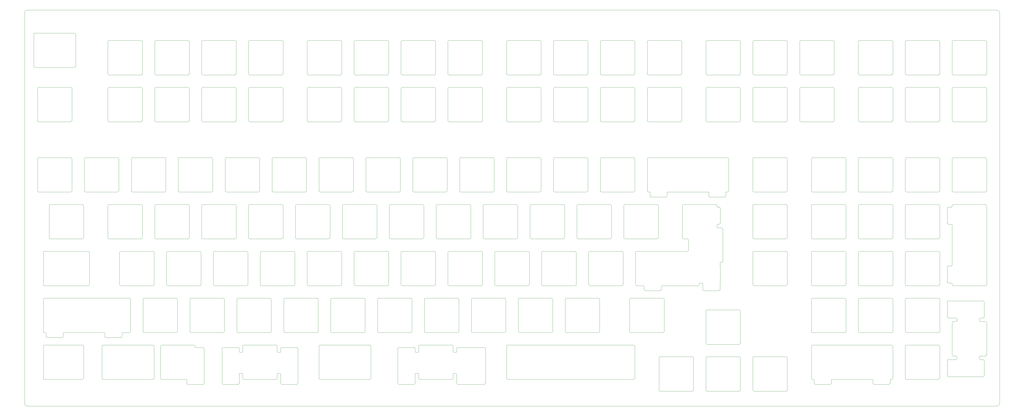
<source format=gbr>
%TF.GenerationSoftware,KiCad,Pcbnew,(5.99.0-3379-gdb40e0c595)*%
%TF.CreationDate,2020-09-17T14:43:35-04:00*%
%TF.ProjectId,FR4-plate-new,4652342d-706c-4617-9465-2d6e65772e6b,rev?*%
%TF.SameCoordinates,Original*%
%TF.FileFunction,Profile,NP*%
%FSLAX46Y46*%
G04 Gerber Fmt 4.6, Leading zero omitted, Abs format (unit mm)*
G04 Created by KiCad (PCBNEW (5.99.0-3379-gdb40e0c595)) date 2020-09-17 14:43:35*
%MOMM*%
%LPD*%
G01*
G04 APERTURE LIST*
%TA.AperFunction,Profile*%
%ADD10C,0.100000*%
%TD*%
G04 APERTURE END LIST*
D10*
X209763000Y-44925000D02*
G75*
G02*
X209263000Y-45425000I-500000J0D01*
G01*
X376738000Y-12875000D02*
G75*
G02*
X377238000Y-12375000I500000J0D01*
G01*
X181188000Y-92550000D02*
G75*
G02*
X180688000Y-93050000I-500000J0D01*
G01*
X143375500Y-117650000D02*
G75*
G02*
X143875500Y-117150000I500000J0D01*
G01*
X128300500Y-26375000D02*
X115300500Y-26375000D01*
X115300500Y-45425000D02*
G75*
G02*
X114800500Y-44925000I0J500000D01*
G01*
X134350500Y-12375000D02*
X147350500Y-12375000D01*
X269581750Y-93350000D02*
X269581750Y-97800000D01*
X333088000Y-79050000D02*
G75*
G02*
X333588000Y-79550000I0J-500000D01*
G01*
X200525500Y-130650000D02*
X200525500Y-117650000D01*
X104488000Y-93050000D02*
X91488000Y-93050000D01*
X115300500Y-45425000D02*
X128300500Y-45425000D01*
X66888000Y-92550000D02*
X66888000Y-79550000D01*
X371688000Y-111600000D02*
G75*
G02*
X371188000Y-112100000I-500000J0D01*
G01*
X389738000Y-148613000D02*
X389738000Y-142613000D01*
X357688000Y-60500000D02*
G75*
G02*
X358188000Y-60000000I500000J0D01*
G01*
X233863000Y-44925000D02*
X233863000Y-31925000D01*
X160544251Y-150200000D02*
G75*
G02*
X160044251Y-149700000I0J500000D01*
G01*
X158163000Y-74000000D02*
G75*
G02*
X157663000Y-73500000I0J500000D01*
G01*
X377238000Y-45425000D02*
G75*
G02*
X376738000Y-44925000I0J500000D01*
G01*
X309275500Y-31425000D02*
G75*
G02*
X309775500Y-31925000I0J-500000D01*
G01*
X123538000Y-79050000D02*
G75*
G02*
X124038000Y-79550000I0J-500000D01*
G01*
X258175500Y-154962500D02*
G75*
G02*
X257675500Y-154462500I0J500000D01*
G01*
X282081750Y-80137000D02*
X281500500Y-80137000D01*
X160044251Y-147900000D02*
X160044251Y-149700000D01*
X390238000Y-126675000D02*
X388238000Y-126675000D01*
X31456750Y-136700000D02*
G75*
G02*
X31956750Y-136200000I500000J0D01*
G01*
X174044251Y-149700000D02*
X174044251Y-147900000D01*
X282581750Y-110513000D02*
G75*
G02*
X282494750Y-110794836I-500001J0D01*
G01*
X358188000Y-150200000D02*
X371188000Y-150200000D01*
X195763000Y-136700000D02*
X195763000Y-149700000D01*
X243100500Y-98600000D02*
X243100500Y-111600000D01*
X55769250Y-150200000D02*
G75*
G02*
X55269250Y-149700000I0J500000D01*
G01*
X261000000Y-74000000D02*
X261000000Y-75500000D01*
X90988000Y-31925000D02*
G75*
G02*
X91488000Y-31425000I500000J0D01*
G01*
X320088000Y-79050000D02*
X333088000Y-79050000D01*
X103844751Y-139200000D02*
X102806751Y-139200000D01*
X38313000Y-73500000D02*
G75*
G02*
X37813000Y-74000000I-500000J0D01*
G01*
X119275499Y-130649999D02*
G75*
G02*
X118775500Y-131150000I-500000J-1D01*
G01*
X37813000Y-60000000D02*
G75*
G02*
X38313000Y-60500000I0J-500000D01*
G01*
X296275500Y-112100000D02*
G75*
G02*
X295775500Y-111600000I0J500000D01*
G01*
X247863000Y-60500000D02*
X247863000Y-73500000D01*
X153400500Y-45425000D02*
G75*
G02*
X152900500Y-44925000I0J500000D01*
G01*
X375238000Y-111013000D02*
X376438000Y-111013000D01*
X395000000Y-161000000D02*
X1000000Y-161000000D01*
X104988000Y-31925000D02*
X104988000Y-44925000D01*
X181475500Y-117650000D02*
G75*
G02*
X181975500Y-117150000I500000J0D01*
G01*
X52100500Y-98100000D02*
G75*
G02*
X52600500Y-98600000I0J-500000D01*
G01*
X245769250Y-117650000D02*
G75*
G02*
X246269250Y-117150000I500000J0D01*
G01*
X233075500Y-117150000D02*
X220075500Y-117150000D01*
X104544751Y-152200000D02*
X110544751Y-152200000D01*
X277225500Y-135912501D02*
G75*
G02*
X276725500Y-135412501I0J500000D01*
G01*
X72438000Y-45425000D02*
G75*
G02*
X71938000Y-44925000I0J500000D01*
G01*
X376738000Y-79550000D02*
G75*
G02*
X377238000Y-79050000I500000J0D01*
G01*
X104488000Y-12375000D02*
X91488000Y-12375000D01*
X5263000Y-60500000D02*
G75*
G02*
X5763000Y-60000000I500000J0D01*
G01*
X114800500Y-98600000D02*
G75*
G02*
X115300500Y-98100000I500000J0D01*
G01*
X276725500Y-12875000D02*
G75*
G02*
X277225500Y-12375000I500000J0D01*
G01*
X102806751Y-147700000D02*
X103844751Y-147700000D01*
X85438000Y-12375000D02*
X72438000Y-12375000D01*
X252118750Y-114100000D02*
X258118749Y-114100000D01*
X281200500Y-88275000D02*
X281200500Y-87437000D01*
X119563000Y-136700000D02*
X119563000Y-149700000D01*
X174044251Y-139000000D02*
X174044251Y-136700000D01*
X395000000Y0D02*
G75*
G02*
X396000000Y-1000000I0J-1000000D01*
G01*
X8144250Y-131150000D02*
X8431250Y-131150000D01*
X338638000Y-111600000D02*
X338638000Y-98600000D01*
X185950500Y-44925000D02*
G75*
G02*
X185450500Y-45425000I-500000J0D01*
G01*
X333588000Y-130650000D02*
X333588000Y-117650000D01*
X266913000Y-44925000D02*
G75*
G02*
X266413000Y-45425000I-500000J0D01*
G01*
X371188000Y-31425000D02*
G75*
G02*
X371688000Y-31925000I0J-500000D01*
G01*
X133850500Y-98600000D02*
G75*
G02*
X134350500Y-98100000I500000J0D01*
G01*
X47338000Y-79050000D02*
X34338000Y-79050000D01*
X110544751Y-137200000D02*
X104544751Y-137200000D01*
X352638000Y-60500000D02*
X352638000Y-73500000D01*
X152613000Y-73500000D02*
X152613000Y-60500000D01*
X124038000Y-92550000D02*
X124038000Y-79550000D01*
X351551000Y-150500000D02*
X351551000Y-151700000D01*
X387738000Y-126175000D02*
X387738000Y-125737000D01*
X33838000Y-12875000D02*
X33838000Y-25875000D01*
X376438000Y-87137000D02*
G75*
G02*
X376738000Y-87437000I0J-300000D01*
G01*
X10525501Y-79050000D02*
X23525500Y-79050000D01*
X219575500Y-117650000D02*
G75*
G02*
X220075500Y-117150000I500000J0D01*
G01*
X148638000Y-93050000D02*
X161638000Y-93050000D01*
X371688000Y-130650000D02*
X371688000Y-117650000D01*
X271675500Y-154462500D02*
X271675500Y-141462500D01*
X160044251Y-139000000D02*
G75*
G02*
X159844251Y-139200000I-200000J0D01*
G01*
X243388000Y-79550000D02*
X243388000Y-92550000D01*
X234363000Y-74000000D02*
G75*
G02*
X233863000Y-73500000I0J500000D01*
G01*
X388238000Y-126675000D02*
G75*
G02*
X387738000Y-126175000I0J500000D01*
G01*
X390738000Y-31925000D02*
X390738000Y-44925000D01*
X390738000Y-140175000D02*
G75*
G02*
X390238000Y-140675000I-500000J0D01*
G01*
X185450500Y-12375000D02*
X172450500Y-12375000D01*
X357688000Y-136700000D02*
X357688000Y-149700000D01*
X333088000Y-117150000D02*
G75*
G02*
X333588000Y-117650000I0J-500000D01*
G01*
X276725500Y-154462500D02*
X276725500Y-141462500D01*
X85438000Y-31425000D02*
G75*
G02*
X85938000Y-31925000I0J-500000D01*
G01*
X67175500Y-130650000D02*
X67175500Y-117650000D01*
X234363000Y-12375000D02*
X247363000Y-12375000D01*
X148138000Y-79550000D02*
G75*
G02*
X148638000Y-79050000I500000J0D01*
G01*
X80675500Y-117150000D02*
G75*
G02*
X81175500Y-117650000I0J-500000D01*
G01*
X0Y-1000000D02*
G75*
G02*
X1000000Y0I1000000J0D01*
G01*
X47838000Y-92550000D02*
X47838000Y-79550000D01*
X31956750Y-150200000D02*
G75*
G02*
X31456750Y-149700000I0J500000D01*
G01*
X284876000Y-74000000D02*
X284876000Y-75500000D01*
X185450500Y-98100000D02*
X172450500Y-98100000D01*
X204500500Y-98100000D02*
G75*
G02*
X205000500Y-98600000I0J-500000D01*
G01*
X374738000Y-104513000D02*
X374738000Y-110513000D01*
X185950500Y-25875000D02*
G75*
G02*
X185450500Y-26375000I-500000J0D01*
G01*
X120063000Y-150200000D02*
X140206750Y-150200000D01*
X377238000Y-74000000D02*
G75*
G02*
X376738000Y-73500000I0J500000D01*
G01*
X75913000Y-60000000D02*
G75*
G02*
X76413000Y-60500000I0J-500000D01*
G01*
X319588000Y-117650000D02*
G75*
G02*
X320088000Y-117150000I500000J0D01*
G01*
X161638000Y-79050000D02*
G75*
G02*
X162138000Y-79550000I0J-500000D01*
G01*
X87206751Y-139000000D02*
X87206751Y-137700000D01*
X296275500Y-93050000D02*
X309275500Y-93050000D01*
X34338000Y-93050000D02*
X47338000Y-93050000D01*
X81463000Y-73500000D02*
X81463000Y-60500000D01*
X352638000Y-92550000D02*
G75*
G02*
X352138000Y-93050000I-500000J0D01*
G01*
X34338000Y-26375000D02*
G75*
G02*
X33838000Y-25875000I0J500000D01*
G01*
X377238000Y-140675000D02*
G75*
G02*
X376738000Y-140175000I0J500000D01*
G01*
X166900500Y-98600000D02*
X166900500Y-111600000D01*
X285463000Y-60000000D02*
G75*
G02*
X285963000Y-60500000I0J-500000D01*
G01*
X390238000Y-12375000D02*
G75*
G02*
X390738000Y-12875000I0J-500000D01*
G01*
X396000000Y-1000000D02*
X396000000Y-160000000D01*
X177213000Y-74000000D02*
G75*
G02*
X176713000Y-73500000I0J500000D01*
G01*
X290725500Y-44925000D02*
G75*
G02*
X290225500Y-45425000I-500000J0D01*
G01*
X309275500Y-79050000D02*
G75*
G02*
X309775500Y-79550000I0J-500000D01*
G01*
X124038000Y-92550000D02*
G75*
G02*
X123538000Y-93050000I-500000J0D01*
G01*
X148138000Y-79550000D02*
X148138000Y-92550000D01*
X72438000Y-31425000D02*
X85438000Y-31425000D01*
X258618750Y-112400000D02*
G75*
G02*
X258918750Y-112100000I300000J0D01*
G01*
X285963000Y-73500000D02*
G75*
G02*
X285463000Y-74000000I-500000J0D01*
G01*
X296275500Y-140962500D02*
X309275500Y-140962500D01*
X105275500Y-117650000D02*
G75*
G02*
X105775500Y-117150000I500000J0D01*
G01*
X66888000Y-92550000D02*
G75*
G02*
X66388000Y-93050000I-500000J0D01*
G01*
X56863000Y-60000000D02*
G75*
G02*
X57363000Y-60500000I0J-500000D01*
G01*
X390238000Y-26375000D02*
X377238000Y-26375000D01*
X357688000Y-12875000D02*
G75*
G02*
X358188000Y-12375000I500000J0D01*
G01*
X220075500Y-131150000D02*
X233075500Y-131150000D01*
X339138000Y-12375000D02*
X352138000Y-12375000D01*
X53388000Y-26375000D02*
G75*
G02*
X52888000Y-25875000I0J500000D01*
G01*
X253413000Y-12375000D02*
X266413000Y-12375000D01*
X352638000Y-98600000D02*
X352638000Y-111600000D01*
X257388000Y-92550000D02*
G75*
G02*
X256888000Y-93050000I-500000J0D01*
G01*
X57650500Y-98600000D02*
X57650500Y-111600000D01*
X224050500Y-98600000D02*
X224050500Y-111600000D01*
X81463000Y-60500000D02*
G75*
G02*
X81963000Y-60000000I500000J0D01*
G01*
X389238000Y-142113000D02*
G75*
G02*
X389738000Y-142613000I0J-500000D01*
G01*
X9231250Y-133150000D02*
G75*
G02*
X8731250Y-132650000I0J500000D01*
G01*
X95463000Y-73500000D02*
G75*
G02*
X94963000Y-74000000I-500000J0D01*
G01*
X333088000Y-74000000D02*
X320088000Y-74000000D01*
X34338000Y-26375000D02*
X47338000Y-26375000D01*
X259269250Y-117150000D02*
X246269250Y-117150000D01*
X119563000Y-60500000D02*
G75*
G02*
X120063000Y-60000000I500000J0D01*
G01*
X215313000Y-26375000D02*
G75*
G02*
X214813000Y-25875000I0J500000D01*
G01*
X271675500Y-154462500D02*
G75*
G02*
X271175500Y-154962500I-500000J0D01*
G01*
X319588000Y-98600000D02*
G75*
G02*
X320088000Y-98100000I500000J0D01*
G01*
X187206751Y-151700000D02*
G75*
G02*
X186706751Y-152200000I-500000J0D01*
G01*
X195475500Y-117650000D02*
X195475500Y-130650000D01*
X166900500Y-111600000D02*
G75*
G02*
X166400500Y-112100000I-500000J0D01*
G01*
X166400500Y-12375000D02*
G75*
G02*
X166900500Y-12875000I0J-500000D01*
G01*
X327675000Y-151700000D02*
G75*
G02*
X327175000Y-152200000I-500000J0D01*
G01*
X224838000Y-93050000D02*
G75*
G02*
X224338000Y-92550000I0J500000D01*
G01*
X25906750Y-98100000D02*
X8144251Y-98100000D01*
X85938000Y-31925000D02*
X85938000Y-44925000D01*
X100513000Y-60500000D02*
G75*
G02*
X101013000Y-60000000I500000J0D01*
G01*
X377238000Y-112100000D02*
X390238000Y-112100000D01*
X309275500Y-79050000D02*
X296275500Y-79050000D01*
X139113000Y-74000000D02*
G75*
G02*
X138613000Y-73500000I0J500000D01*
G01*
X133850500Y-44925000D02*
X133850500Y-31925000D01*
X91488000Y-26375000D02*
X104488000Y-26375000D01*
X296275500Y-93050000D02*
G75*
G02*
X295775500Y-92550000I0J500000D01*
G01*
X388238000Y-125237000D02*
X389238000Y-125237000D01*
X114800500Y-25875000D02*
X114800500Y-12875000D01*
X290725500Y-154462500D02*
G75*
G02*
X290225500Y-154962500I-500000J0D01*
G01*
X267200499Y-79550000D02*
G75*
G02*
X267700499Y-79050000I500000J0D01*
G01*
X390238000Y-126675000D02*
G75*
G02*
X390738000Y-127175000I0J-500000D01*
G01*
X72913000Y-151700000D02*
X72913000Y-137700000D01*
X52100501Y-136200000D02*
X31956750Y-136200000D01*
X71938000Y-92550000D02*
X71938000Y-79550000D01*
X205788000Y-79050000D02*
X218788000Y-79050000D01*
X390238000Y-79050000D02*
X377238000Y-79050000D01*
X358188000Y-45425000D02*
G75*
G02*
X357688000Y-44925000I0J500000D01*
G01*
X18763000Y-31425000D02*
X5763000Y-31425000D01*
X124825500Y-131150000D02*
X137825500Y-131150000D01*
X114800500Y-31925000D02*
X114800500Y-44925000D01*
X352638000Y-73500000D02*
G75*
G02*
X352138000Y-74000000I-500000J0D01*
G01*
X234363000Y-45425000D02*
G75*
G02*
X233863000Y-44925000I0J500000D01*
G01*
X104544751Y-152200000D02*
G75*
G02*
X104044751Y-151700000I0J500000D01*
G01*
X389238000Y-118237000D02*
X375238000Y-118237000D01*
X378238000Y-142113000D02*
X375238000Y-142113000D01*
X327675000Y-150500000D02*
G75*
G02*
X327975000Y-150200000I300000J0D01*
G01*
X339138000Y-26375000D02*
G75*
G02*
X338638000Y-25875000I0J500000D01*
G01*
X260500000Y-76000000D02*
X254500000Y-76000000D01*
X105275500Y-130650000D02*
X105275500Y-117650000D01*
X258175500Y-154962500D02*
X271175500Y-154962500D01*
X352638000Y-130650000D02*
X352638000Y-117650000D01*
X137825500Y-117150000D02*
G75*
G02*
X138325500Y-117650000I0J-500000D01*
G01*
X24025501Y-149700000D02*
G75*
G02*
X23525501Y-150200000I-500000J0D01*
G01*
X124325500Y-117650000D02*
X124325500Y-130650000D01*
X274056750Y-111600000D02*
X274056750Y-111313000D01*
X129088000Y-79550000D02*
G75*
G02*
X129588000Y-79050000I500000J0D01*
G01*
X171950500Y-98600000D02*
G75*
G02*
X172450500Y-98100000I500000J0D01*
G01*
X175282251Y-147700000D02*
G75*
G02*
X175482251Y-147900000I0J-200000D01*
G01*
X276725500Y-25875000D02*
X276725500Y-12875000D01*
X328325499Y-12375000D02*
G75*
G02*
X328825499Y-12875000I0J-500000D01*
G01*
X34338000Y-45425000D02*
G75*
G02*
X33838000Y-44925000I0J500000D01*
G01*
X283581750Y-102075000D02*
X283581750Y-89075000D01*
X42575500Y-117150000D02*
G75*
G02*
X43075500Y-117650000I0J-500000D01*
G01*
X390238000Y-45425000D02*
X377238000Y-45425000D01*
X95750499Y-111600000D02*
X95750499Y-98600000D01*
X76700500Y-111600000D02*
X76700499Y-98600000D01*
X309775500Y-111600000D02*
X309775500Y-98600000D01*
X390738000Y-111600000D02*
G75*
G02*
X390238000Y-112100000I-500000J0D01*
G01*
X219288000Y-79550000D02*
X219288000Y-92550000D01*
X309775500Y-12875000D02*
X309775500Y-25875000D01*
X52888000Y-31925000D02*
G75*
G02*
X53388000Y-31425000I500000J0D01*
G01*
X69269250Y-137000000D02*
X69269250Y-136700000D01*
X138613000Y-60500000D02*
X138613000Y-73500000D01*
X281200500Y-87437000D02*
G75*
G02*
X281500500Y-87137000I300000J0D01*
G01*
X275194749Y-111012999D02*
G75*
G02*
X275494750Y-111313000I0J-300001D01*
G01*
X191000500Y-98600000D02*
X191000500Y-111600000D01*
X7644250Y-117650000D02*
G75*
G02*
X8144250Y-117150000I500000J0D01*
G01*
X85938000Y-25875000D02*
X85938000Y-12875000D01*
X104044751Y-139000000D02*
G75*
G02*
X103844751Y-139200000I-200000J0D01*
G01*
X314825500Y-25875000D02*
X314825500Y-12875000D01*
X251318750Y-112100000D02*
G75*
G02*
X251618750Y-112400000I0J-300000D01*
G01*
X5763000Y-60000000D02*
X18763000Y-60000000D01*
X339138000Y-112100000D02*
G75*
G02*
X338638000Y-111600000I0J500000D01*
G01*
X10025500Y-92550000D02*
X10025501Y-79550000D01*
X275994750Y-114100000D02*
G75*
G02*
X275494750Y-113600000I0J500000D01*
G01*
X128800500Y-12875000D02*
X128800500Y-25875000D01*
X376438000Y-111013000D02*
G75*
G02*
X376738000Y-111313000I0J-300000D01*
G01*
X247863000Y-31925000D02*
X247863000Y-44925000D01*
X20763000Y-22875000D02*
G75*
G02*
X20263000Y-23375000I-500000J0D01*
G01*
X139113000Y-74000000D02*
X152113000Y-74000000D01*
X390238000Y-31425000D02*
G75*
G02*
X390738000Y-31925000I0J-500000D01*
G01*
X153400500Y-26375000D02*
G75*
G02*
X152900500Y-25875000I0J500000D01*
G01*
X119563000Y-60500000D02*
X119563000Y-73500000D01*
X86725500Y-131150001D02*
G75*
G02*
X86225499Y-130650000I0J500001D01*
G01*
X86725500Y-131150000D02*
X99725500Y-131150000D01*
X352638000Y-149700000D02*
G75*
G02*
X352138000Y-150200000I-500000J0D01*
G01*
X31456750Y-136700000D02*
X31456750Y-149700000D01*
X209263000Y-31425000D02*
G75*
G02*
X209763000Y-31925000I0J-500000D01*
G01*
X52100500Y-112100000D02*
X39100500Y-112100000D01*
X357688000Y-79550000D02*
G75*
G02*
X358188000Y-79050000I500000J0D01*
G01*
X147350500Y-26375000D02*
X134350500Y-26375000D01*
X3763000Y-9875000D02*
G75*
G02*
X4263000Y-9375000I500000J0D01*
G01*
X215313000Y-31425000D02*
X228313000Y-31425000D01*
X389738000Y-148613000D02*
G75*
G02*
X389238000Y-149113000I-500000J0D01*
G01*
X196263000Y-45425000D02*
G75*
G02*
X195763000Y-44925000I0J500000D01*
G01*
X134350500Y-45425000D02*
G75*
G02*
X133850500Y-44925000I0J500000D01*
G01*
X274056750Y-111313000D02*
G75*
G02*
X274356750Y-111013000I300000J0D01*
G01*
X156875500Y-117150000D02*
G75*
G02*
X157375500Y-117650000I0J-500000D01*
G01*
X333088000Y-60000000D02*
G75*
G02*
X333588000Y-60500000I0J-500000D01*
G01*
X259769250Y-130650000D02*
G75*
G02*
X259269250Y-131150000I-500000J0D01*
G01*
X39607250Y-132650000D02*
G75*
G02*
X39107250Y-133150000I-500000J0D01*
G01*
X352138000Y-112100000D02*
X339138000Y-112100000D01*
X47338000Y-12375000D02*
X34338000Y-12375000D01*
X338638000Y-44925000D02*
X338638000Y-31925000D01*
X374738000Y-142613000D02*
X374738000Y-148613000D01*
X85438000Y-45425000D02*
X72438000Y-45425000D01*
X247863000Y-73500000D02*
G75*
G02*
X247363000Y-74000000I-500000J0D01*
G01*
X224050500Y-111600000D02*
G75*
G02*
X223550500Y-112100000I-500000J0D01*
G01*
X371688000Y-111600000D02*
X371688000Y-98600000D01*
X390738000Y-140175000D02*
X390738000Y-127175000D01*
X333588000Y-92550000D02*
G75*
G02*
X333088000Y-93050000I-500000J0D01*
G01*
X20263000Y-9375000D02*
G75*
G02*
X20763000Y-9875000I0J-500000D01*
G01*
X99725500Y-117150000D02*
G75*
G02*
X100225500Y-117650000I0J-500000D01*
G01*
X110038000Y-79550000D02*
X110038000Y-92550000D01*
X152900500Y-31925000D02*
G75*
G02*
X153400500Y-31425000I500000J0D01*
G01*
X88406751Y-139200000D02*
X87406751Y-139200000D01*
X266913000Y-12875000D02*
X266913000Y-25875000D01*
X171663000Y-73500000D02*
G75*
G02*
X171163000Y-74000000I-500000J0D01*
G01*
X185450500Y-12375000D02*
G75*
G02*
X185950500Y-12875000I0J-500000D01*
G01*
X153400500Y-112100000D02*
G75*
G02*
X152900500Y-111600000I0J500000D01*
G01*
X33107250Y-133150000D02*
X39107250Y-133150000D01*
X143375500Y-117650000D02*
X143375500Y-130650000D01*
X295775500Y-31925000D02*
G75*
G02*
X296275500Y-31425000I500000J0D01*
G01*
X80206751Y-137700000D02*
G75*
G02*
X80706751Y-137200000I500000J0D01*
G01*
X209763000Y-73500000D02*
G75*
G02*
X209263000Y-74000000I-500000J0D01*
G01*
X205000500Y-111600000D02*
X205000500Y-98600000D01*
X339138000Y-131150000D02*
X352138000Y-131150000D01*
X181975500Y-131150000D02*
G75*
G02*
X181475500Y-130650000I0J500000D01*
G01*
X118775500Y-131150000D02*
X105775500Y-131150000D01*
X205788000Y-93050000D02*
G75*
G02*
X205288000Y-92550000I0J500000D01*
G01*
X153400500Y-12375000D02*
X166400500Y-12375000D01*
X256888000Y-79050000D02*
G75*
G02*
X257388000Y-79550000I0J-500000D01*
G01*
X352138000Y-136200000D02*
G75*
G02*
X352638000Y-136700000I0J-500000D01*
G01*
X80706751Y-152200000D02*
G75*
G02*
X80206751Y-151700000I0J500000D01*
G01*
X52600500Y-98600000D02*
X52600500Y-111600000D01*
X333588000Y-111600000D02*
G75*
G02*
X333088000Y-112100000I-500000J0D01*
G01*
X285963000Y-60500000D02*
X285963000Y-73500000D01*
X387738000Y-141175000D02*
G75*
G02*
X388238000Y-140675000I500000J0D01*
G01*
X175982251Y-152200000D02*
G75*
G02*
X175482251Y-151700000I0J500000D01*
G01*
X256888000Y-79050000D02*
X243888000Y-79050000D01*
X320375000Y-150200000D02*
X320088000Y-150200000D01*
X47338000Y-12375000D02*
G75*
G02*
X47838000Y-12875000I0J-500000D01*
G01*
X152900500Y-12875000D02*
G75*
G02*
X153400500Y-12375000I500000J0D01*
G01*
X375238000Y-149113000D02*
X389238000Y-149113000D01*
X234363000Y-26375000D02*
G75*
G02*
X233863000Y-25875000I0J500000D01*
G01*
X147850500Y-44925000D02*
G75*
G02*
X147350500Y-45425000I-500000J0D01*
G01*
X223550500Y-98100000D02*
G75*
G02*
X224050500Y-98600000I0J-500000D01*
G01*
X71938000Y-12875000D02*
G75*
G02*
X72438000Y-12375000I500000J0D01*
G01*
X48625500Y-131150000D02*
X61625500Y-131150000D01*
X376738000Y-127175000D02*
X376738000Y-140175000D01*
X228313000Y-31425000D02*
G75*
G02*
X228813000Y-31925000I0J-500000D01*
G01*
X172450500Y-112100000D02*
G75*
G02*
X171950500Y-111600000I0J500000D01*
G01*
X209263000Y-26375000D02*
X196263000Y-26375000D01*
X358188000Y-93050000D02*
G75*
G02*
X357688000Y-92550000I0J500000D01*
G01*
X191000500Y-98600000D02*
G75*
G02*
X191500500Y-98100000I500000J0D01*
G01*
X281500500Y-80137000D02*
G75*
G02*
X281200500Y-79837000I0J300000D01*
G01*
X86225500Y-117650000D02*
G75*
G02*
X86725500Y-117150000I500000J0D01*
G01*
X90700500Y-111600000D02*
G75*
G02*
X90200500Y-112100000I-500000J0D01*
G01*
X371188000Y-136200000D02*
G75*
G02*
X371688000Y-136700000I0J-500000D01*
G01*
X23525501Y-136200000D02*
X21144250Y-136200000D01*
X371688000Y-149700000D02*
X371688000Y-136700000D01*
X85438000Y-93050000D02*
X72438000Y-93050000D01*
X389238000Y-142113000D02*
X388238000Y-142113000D01*
X32307250Y-131150000D02*
G75*
G02*
X32607250Y-131450000I0J-300000D01*
G01*
X309775500Y-111600000D02*
G75*
G02*
X309275500Y-112100000I-500000J0D01*
G01*
X66413000Y-152200000D02*
X72413000Y-152200000D01*
X371688000Y-149700000D02*
G75*
G02*
X371188000Y-150200000I-500000J0D01*
G01*
X140706750Y-149700000D02*
X140706750Y-136700000D01*
X274056750Y-111600000D02*
G75*
G02*
X273556750Y-112100000I-500000J0D01*
G01*
X371688000Y-92550000D02*
G75*
G02*
X371188000Y-93050000I-500000J0D01*
G01*
X103844751Y-147700000D02*
G75*
G02*
X104044751Y-147900000I0J-200000D01*
G01*
X228813000Y-73500000D02*
G75*
G02*
X228313000Y-74000000I-500000J0D01*
G01*
X129588000Y-79050000D02*
X142588000Y-79050000D01*
X91488000Y-26375000D02*
G75*
G02*
X90988000Y-25875000I0J500000D01*
G01*
X104488000Y-31425000D02*
G75*
G02*
X104988000Y-31925000I0J-500000D01*
G01*
X295775500Y-154462500D02*
X295775500Y-141462500D01*
X333088000Y-93050000D02*
X320088000Y-93050000D01*
X352138000Y-12375000D02*
G75*
G02*
X352638000Y-12875000I0J-500000D01*
G01*
X315325500Y-26375000D02*
G75*
G02*
X314825500Y-25875000I0J500000D01*
G01*
X284376000Y-76000000D02*
X278376000Y-76000000D01*
X387738000Y-141613000D02*
X387738000Y-141175000D01*
X162425500Y-117650000D02*
G75*
G02*
X162925500Y-117150000I500000J0D01*
G01*
X4263000Y-9375000D02*
X20263000Y-9375000D01*
X172450500Y-26375000D02*
G75*
G02*
X171950500Y-25875000I0J500000D01*
G01*
X157663000Y-60500000D02*
X157663000Y-73500000D01*
X66388000Y-79050000D02*
X53388000Y-79050000D01*
X90988000Y-92550000D02*
X90988000Y-79550000D01*
X166900500Y-12875000D02*
X166900500Y-25875000D01*
X87206751Y-151700000D02*
G75*
G02*
X86706751Y-152200000I-500000J0D01*
G01*
X62125500Y-130650000D02*
X62125500Y-117650000D01*
X158806251Y-147700000D02*
X159844251Y-147700000D01*
X8144251Y-112100000D02*
X25906750Y-112100000D01*
X175925500Y-117150000D02*
X162925500Y-117150000D01*
X102606751Y-147900000D02*
G75*
G02*
X102806751Y-147700000I200000J0D01*
G01*
X358188000Y-93050000D02*
X371188000Y-93050000D01*
X66888000Y-25875000D02*
X66888000Y-12875000D01*
X253413000Y-45425000D02*
G75*
G02*
X252913000Y-44925000I0J500000D01*
G01*
X247863000Y-149700000D02*
X247863000Y-136700000D01*
X237838000Y-79050000D02*
G75*
G02*
X238338000Y-79550000I0J-500000D01*
G01*
X72438000Y-26375000D02*
G75*
G02*
X71938000Y-25875000I0J500000D01*
G01*
X171950500Y-98600000D02*
X171950500Y-111600000D01*
X80675500Y-131150000D02*
X67675500Y-131150000D01*
X267700499Y-93050000D02*
G75*
G02*
X267200499Y-92550000I0J500000D01*
G01*
X175482251Y-147900000D02*
X175482251Y-151700000D01*
X158606251Y-151700000D02*
G75*
G02*
X158106251Y-152200000I-500000J0D01*
G01*
X161638000Y-79050000D02*
X148638000Y-79050000D01*
X186738000Y-93050000D02*
G75*
G02*
X186238000Y-92550000I0J500000D01*
G01*
X24813000Y-74000000D02*
X37813000Y-74000000D01*
X94963000Y-74000000D02*
X81963000Y-74000000D01*
X5263000Y-31925000D02*
G75*
G02*
X5763000Y-31425000I500000J0D01*
G01*
X210550500Y-98100000D02*
X223550500Y-98100000D01*
X319588000Y-79550000D02*
G75*
G02*
X320088000Y-79050000I500000J0D01*
G01*
X186738000Y-79050000D02*
X199738000Y-79050000D01*
X24313000Y-60500000D02*
G75*
G02*
X24813000Y-60000000I500000J0D01*
G01*
X339138000Y-93050000D02*
G75*
G02*
X338638000Y-92550000I0J500000D01*
G01*
X140206750Y-136200000D02*
G75*
G02*
X140706750Y-136700000I0J-500000D01*
G01*
X296275500Y-12375000D02*
X309275500Y-12375000D01*
X376738000Y-87437000D02*
X376738000Y-103713000D01*
X109250500Y-98100000D02*
G75*
G02*
X109750500Y-98600000I0J-500000D01*
G01*
X276725500Y-141462500D02*
G75*
G02*
X277225500Y-140962500I500000J0D01*
G01*
X133063000Y-60000000D02*
X120063000Y-60000000D01*
X195763000Y-31925000D02*
G75*
G02*
X196263000Y-31425000I500000J0D01*
G01*
X120063000Y-74000000D02*
X133063000Y-74000000D01*
X143088000Y-92550000D02*
G75*
G02*
X142588000Y-93050000I-500000J0D01*
G01*
X247863000Y-12875000D02*
X247863000Y-25875000D01*
X339138000Y-74000000D02*
G75*
G02*
X338638000Y-73500000I0J500000D01*
G01*
X247863000Y-44925000D02*
G75*
G02*
X247363000Y-45425000I-500000J0D01*
G01*
X269581750Y-97800000D02*
G75*
G02*
X269281750Y-98100000I-300000J0D01*
G01*
X167188000Y-79550000D02*
G75*
G02*
X167688000Y-79050000I500000J0D01*
G01*
X333588000Y-79550000D02*
X333588000Y-92550000D01*
X375238000Y-149113000D02*
G75*
G02*
X374738000Y-148613000I0J500000D01*
G01*
X309775500Y-44925000D02*
X309775500Y-31925000D01*
X90988000Y-79550000D02*
G75*
G02*
X91488000Y-79050000I500000J0D01*
G01*
X90988000Y-12875000D02*
X90988000Y-25875000D01*
X277225500Y-45425000D02*
G75*
G02*
X276725500Y-44925000I0J500000D01*
G01*
X247363000Y-136200000D02*
X196263000Y-136200000D01*
X43863000Y-60000000D02*
X56863000Y-60000000D01*
X371188000Y-136200000D02*
X358188000Y-136200000D01*
X371688000Y-44925000D02*
G75*
G02*
X371188000Y-45425000I-500000J0D01*
G01*
X233575500Y-130650000D02*
G75*
G02*
X233075500Y-131150000I-500000J0D01*
G01*
X85938000Y-92550000D02*
G75*
G02*
X85438000Y-93050000I-500000J0D01*
G01*
X352138000Y-79050000D02*
X339138000Y-79050000D01*
X209263000Y-60000000D02*
X196263000Y-60000000D01*
X91488000Y-45425000D02*
G75*
G02*
X90988000Y-44925000I0J500000D01*
G01*
X390738000Y-111600000D02*
X390738000Y-79550000D01*
X91488000Y-31425000D02*
X104488000Y-31425000D01*
X151606251Y-137700000D02*
G75*
G02*
X152106251Y-137200000I500000J0D01*
G01*
X228313000Y-45425000D02*
X215313000Y-45425000D01*
X86706751Y-137200000D02*
X80706751Y-137200000D01*
X352138000Y-26375000D02*
X339138000Y-26375000D01*
X147850500Y-12875000D02*
X147850500Y-25875000D01*
X115300500Y-12375000D02*
X128300500Y-12375000D01*
X371188000Y-98100000D02*
X358188000Y-98100000D01*
X66388000Y-79050000D02*
G75*
G02*
X66888000Y-79550000I0J-500000D01*
G01*
X185450500Y-31425000D02*
G75*
G02*
X185950500Y-31925000I0J-500000D01*
G01*
X102106751Y-136200000D02*
X89106751Y-136200000D01*
X390238000Y-79050000D02*
G75*
G02*
X390738000Y-79550000I0J-500000D01*
G01*
X72438000Y-26375000D02*
X85438000Y-26375000D01*
X114800500Y-98600000D02*
X114800500Y-111600000D01*
X377238000Y-26375000D02*
G75*
G02*
X376738000Y-25875000I0J500000D01*
G01*
X43075500Y-130650000D02*
G75*
G02*
X42575500Y-131150000I-500000J0D01*
G01*
X166400500Y-98100000D02*
G75*
G02*
X166900500Y-98600000I0J-500000D01*
G01*
X5263000Y-73500000D02*
X5263000Y-60500000D01*
X114513000Y-73500000D02*
X114513000Y-60500000D01*
X344251000Y-150200000D02*
G75*
G02*
X344551000Y-150500000I0J-300000D01*
G01*
X16031250Y-131150000D02*
X32307250Y-131150000D01*
X104488000Y-12375000D02*
G75*
G02*
X104988000Y-12875000I0J-500000D01*
G01*
X338638000Y-31925000D02*
G75*
G02*
X339138000Y-31425000I500000J0D01*
G01*
X8144251Y-150200000D02*
X23525501Y-150200000D01*
X196263000Y-150200000D02*
G75*
G02*
X195763000Y-149700000I0J500000D01*
G01*
X223550500Y-112100000D02*
X210550500Y-112100000D01*
X215313000Y-12375000D02*
X228313000Y-12375000D01*
X18763000Y-60000000D02*
G75*
G02*
X19263000Y-60500000I0J-500000D01*
G01*
X271175500Y-140962500D02*
X258175500Y-140962500D01*
X99725500Y-117150000D02*
X86725500Y-117150000D01*
X328825500Y-31925000D02*
X328825500Y-44925000D01*
X171163000Y-60000000D02*
G75*
G02*
X171663000Y-60500000I0J-500000D01*
G01*
X320088000Y-150200000D02*
G75*
G02*
X319588000Y-149700000I0J500000D01*
G01*
X290225500Y-140962500D02*
G75*
G02*
X290725500Y-141462500I0J-500000D01*
G01*
X377238000Y-112100000D02*
G75*
G02*
X376738000Y-111600000I0J500000D01*
G01*
X15731250Y-132650000D02*
G75*
G02*
X15231250Y-133150000I-500000J0D01*
G01*
X358188000Y-31425000D02*
X371188000Y-31425000D01*
X176713000Y-73500000D02*
X176713000Y-60500000D01*
X290225500Y-26375000D02*
X277225500Y-26375000D01*
X237838000Y-93050000D02*
X224838000Y-93050000D01*
X43075500Y-130650000D02*
X43075500Y-117650000D01*
X172450500Y-45425000D02*
G75*
G02*
X171950500Y-44925000I0J500000D01*
G01*
X320375000Y-150200000D02*
G75*
G02*
X320675000Y-150500000I0J-300000D01*
G01*
X358188000Y-131150000D02*
G75*
G02*
X357688000Y-130650000I0J500000D01*
G01*
X85938000Y-25875000D02*
G75*
G02*
X85438000Y-26375000I-500000J0D01*
G01*
X258918750Y-112100000D02*
X273556750Y-112100000D01*
X152900500Y-25875000D02*
X152900500Y-12875000D01*
X327675000Y-150500000D02*
X327675000Y-151700000D01*
X252913000Y-25875000D02*
X252913000Y-12875000D01*
X89106751Y-150200000D02*
G75*
G02*
X88606751Y-149700000I0J500000D01*
G01*
X314825500Y-31925000D02*
G75*
G02*
X315325500Y-31425000I500000J0D01*
G01*
X333088000Y-117150000D02*
X320088000Y-117150000D01*
X296275500Y-45425000D02*
X309275500Y-45425000D01*
X194975500Y-117150000D02*
G75*
G02*
X195475500Y-117650000I0J-500000D01*
G01*
X228813000Y-73500000D02*
X228813000Y-60500000D01*
X228813000Y-12875000D02*
X228813000Y-25875000D01*
X257675500Y-141462500D02*
G75*
G02*
X258175500Y-140962500I500000J0D01*
G01*
X266413000Y-26375000D02*
X253413000Y-26375000D01*
X252118750Y-114100000D02*
G75*
G02*
X251618750Y-113600000I0J500000D01*
G01*
X209763000Y-73500000D02*
X209763000Y-60500000D01*
X269281750Y-93050000D02*
G75*
G02*
X269581750Y-93350000I0J-300000D01*
G01*
X133563000Y-73500000D02*
X133563000Y-60500000D01*
X258618749Y-113600000D02*
G75*
G02*
X258118749Y-114100000I-500000J0D01*
G01*
X10025501Y-79550000D02*
G75*
G02*
X10525501Y-79050000I500000J0D01*
G01*
X371688000Y-25875000D02*
G75*
G02*
X371188000Y-26375000I-500000J0D01*
G01*
X247363000Y-136200000D02*
G75*
G02*
X247863000Y-136700000I0J-500000D01*
G01*
X38600500Y-98600000D02*
G75*
G02*
X39100500Y-98100000I500000J0D01*
G01*
X101013000Y-74000000D02*
X114013000Y-74000000D01*
X77200500Y-112100000D02*
G75*
G02*
X76700500Y-111600000I0J500000D01*
G01*
X171950500Y-12875000D02*
X171950500Y-25875000D01*
X166400500Y-45425000D02*
X153400500Y-45425000D01*
X147850500Y-25875000D02*
G75*
G02*
X147350500Y-26375000I-500000J0D01*
G01*
X320088000Y-60000000D02*
X333088000Y-60000000D01*
X233863000Y-73500000D02*
X233863000Y-60500000D01*
X396000000Y-160000000D02*
G75*
G02*
X395000000Y-161000000I-1000000J0D01*
G01*
X47838000Y-25875000D02*
G75*
G02*
X47338000Y-26375000I-500000J0D01*
G01*
X120063000Y-74000000D02*
G75*
G02*
X119563000Y-73500000I0J500000D01*
G01*
X33838000Y-44925000D02*
X33838000Y-31925000D01*
X52888000Y-44925000D02*
X52888000Y-31925000D01*
X248650500Y-112100000D02*
G75*
G02*
X248150500Y-111600000I0J500000D01*
G01*
X253413000Y-45425000D02*
X266413000Y-45425000D01*
X76413000Y-73500000D02*
G75*
G02*
X75913000Y-74000000I-500000J0D01*
G01*
X280700500Y-79050000D02*
G75*
G02*
X281200500Y-79550000I0J-500000D01*
G01*
X56863000Y-74000000D02*
X43863000Y-74000000D01*
X371188000Y-117150000D02*
X358188000Y-117150000D01*
X296275500Y-26375000D02*
G75*
G02*
X295775500Y-25875000I0J500000D01*
G01*
X75913000Y-60000000D02*
X62913000Y-60000000D01*
X129088000Y-92550000D02*
X129088000Y-79550000D01*
X277225500Y-45425000D02*
X290225500Y-45425000D01*
X277225500Y-26375000D02*
G75*
G02*
X276725500Y-25875000I0J500000D01*
G01*
X378238000Y-140675000D02*
G75*
G02*
X378738000Y-141175000I0J-500000D01*
G01*
X53388000Y-31425000D02*
X66388000Y-31425000D01*
X128300500Y-98100000D02*
X115300500Y-98100000D01*
X328825499Y-25874999D02*
G75*
G02*
X328325500Y-26375000I-500000J-1D01*
G01*
X5763000Y-45425000D02*
G75*
G02*
X5263000Y-44925000I0J500000D01*
G01*
X358188000Y-74000000D02*
G75*
G02*
X357688000Y-73500000I0J500000D01*
G01*
X190213000Y-60000000D02*
G75*
G02*
X190713000Y-60500000I0J-500000D01*
G01*
X158806251Y-139200000D02*
G75*
G02*
X158606251Y-139000000I0J200000D01*
G01*
X267700499Y-93050000D02*
X269281750Y-93050000D01*
X278376000Y-76000000D02*
G75*
G02*
X277876000Y-75500000I0J500000D01*
G01*
X277225500Y-154962500D02*
G75*
G02*
X276725500Y-154462500I0J500000D01*
G01*
X8431250Y-131150000D02*
G75*
G02*
X8731250Y-131450000I0J-300000D01*
G01*
X102106751Y-136200000D02*
G75*
G02*
X102606751Y-136700000I0J-500000D01*
G01*
X319588000Y-136700000D02*
G75*
G02*
X320088000Y-136200000I500000J0D01*
G01*
X295775500Y-98600000D02*
X295775500Y-111600000D01*
X69469250Y-137200000D02*
G75*
G02*
X69269250Y-137000000I0J200000D01*
G01*
X376738000Y-103713000D02*
G75*
G02*
X376438000Y-104013000I-300000J0D01*
G01*
X220075500Y-131150000D02*
G75*
G02*
X219575500Y-130650000I0J500000D01*
G01*
X201025500Y-131150000D02*
G75*
G02*
X200525500Y-130650000I0J500000D01*
G01*
X104044751Y-137700000D02*
G75*
G02*
X104544751Y-137200000I500000J0D01*
G01*
X114800500Y-12875000D02*
G75*
G02*
X115300500Y-12375000I500000J0D01*
G01*
X90200500Y-112100000D02*
X77200500Y-112100000D01*
X290225500Y-121912501D02*
X277225500Y-121912501D01*
X352138000Y-117150000D02*
G75*
G02*
X352638000Y-117650000I0J-500000D01*
G01*
X259269250Y-117150000D02*
G75*
G02*
X259769250Y-117650000I0J-500000D01*
G01*
X152900500Y-111600000D02*
X152900500Y-98600000D01*
X371688000Y-92550000D02*
X371688000Y-79550000D01*
X24025500Y-92550000D02*
G75*
G02*
X23525500Y-93050000I-500000J0D01*
G01*
X171163000Y-60000000D02*
X158163000Y-60000000D01*
X171950500Y-44925000D02*
X171950500Y-31925000D01*
X71938000Y-31925000D02*
G75*
G02*
X72438000Y-31425000I500000J0D01*
G01*
X378738000Y-126175000D02*
G75*
G02*
X378238000Y-126675000I-500000J0D01*
G01*
X162925500Y-131150000D02*
X175925500Y-131150000D01*
X333588000Y-60500000D02*
X333588000Y-73500000D01*
X339138000Y-31425000D02*
X352138000Y-31425000D01*
X290725500Y-141462500D02*
X290725500Y-154462500D01*
X209263000Y-31425000D02*
X196263000Y-31425000D01*
X152900500Y-44925000D02*
X152900500Y-31925000D01*
X351551000Y-150500000D02*
G75*
G02*
X351851000Y-150200000I300000J0D01*
G01*
X160044251Y-136700000D02*
G75*
G02*
X160544251Y-136200000I500000J0D01*
G01*
X133850500Y-98600000D02*
X133850500Y-111600000D01*
X66888000Y-44925000D02*
G75*
G02*
X66388000Y-45425000I-500000J0D01*
G01*
X229600500Y-98100000D02*
X242600500Y-98100000D01*
X110538000Y-93050000D02*
X123538000Y-93050000D01*
X52888000Y-12875000D02*
X52888000Y-25875000D01*
X374738000Y-80637000D02*
X374738000Y-86637000D01*
X219288000Y-92550000D02*
G75*
G02*
X218788000Y-93050000I-500000J0D01*
G01*
X65713000Y-150200000D02*
G75*
G02*
X65913000Y-150400000I0J-200000D01*
G01*
X39607250Y-132650000D02*
X39607250Y-131450000D01*
X358188000Y-112100000D02*
G75*
G02*
X357688000Y-111600000I0J500000D01*
G01*
X157375500Y-130650000D02*
X157375500Y-117650000D01*
X52100500Y-136199999D02*
G75*
G02*
X52600501Y-136700000I0J-500001D01*
G01*
X47838000Y-92550000D02*
G75*
G02*
X47338000Y-93050000I-500000J0D01*
G01*
X320088000Y-74000000D02*
G75*
G02*
X319588000Y-73500000I0J500000D01*
G01*
X52600501Y-149700000D02*
G75*
G02*
X52100501Y-150200000I-500000J0D01*
G01*
X371188000Y-79050000D02*
G75*
G02*
X371688000Y-79550000I0J-500000D01*
G01*
X174244251Y-139200000D02*
G75*
G02*
X174044251Y-139000000I0J200000D01*
G01*
X147350500Y-12375000D02*
G75*
G02*
X147850500Y-12875000I0J-500000D01*
G01*
X242600500Y-112100000D02*
X229600500Y-112100000D01*
X104988000Y-25875000D02*
G75*
G02*
X104488000Y-26375000I-500000J0D01*
G01*
X175925500Y-117150000D02*
G75*
G02*
X176425500Y-117650000I0J-500000D01*
G01*
X128300500Y-98100000D02*
G75*
G02*
X128800500Y-98600000I0J-500000D01*
G01*
X158106251Y-137200000D02*
G75*
G02*
X158606251Y-137700000I0J-500000D01*
G01*
X234363000Y-31425000D02*
X247363000Y-31425000D01*
X65913000Y-150400000D02*
X65913000Y-151700000D01*
X33838000Y-79550000D02*
G75*
G02*
X34338000Y-79050000I500000J0D01*
G01*
X190713000Y-60500000D02*
X190713000Y-73500000D01*
X37813000Y-60000000D02*
X24813000Y-60000000D01*
X129588000Y-93050000D02*
G75*
G02*
X129088000Y-92550000I0J500000D01*
G01*
X71150500Y-98100000D02*
X58150500Y-98100000D01*
X376738000Y-111313000D02*
X376738000Y-111600000D01*
X295775500Y-31925000D02*
X295775500Y-44925000D01*
X72413000Y-137200000D02*
X69469250Y-137200000D01*
X357688000Y-117650000D02*
X357688000Y-130650000D01*
X186238000Y-79550000D02*
G75*
G02*
X186738000Y-79050000I500000J0D01*
G01*
X53388000Y-45425000D02*
G75*
G02*
X52888000Y-44925000I0J500000D01*
G01*
X309275500Y-98100000D02*
X296275500Y-98100000D01*
X109250500Y-112100000D02*
X96250500Y-112100000D01*
X352638000Y-12875000D02*
X352638000Y-25875000D01*
X190713000Y-73500000D02*
G75*
G02*
X190213000Y-74000000I-500000J0D01*
G01*
X267200499Y-79550000D02*
X267200499Y-92550000D01*
X290225500Y-121912501D02*
G75*
G02*
X290725500Y-122412501I0J-500000D01*
G01*
X67175500Y-117650000D02*
G75*
G02*
X67675500Y-117150000I500000J0D01*
G01*
X185950500Y-111600000D02*
X185950500Y-98600000D01*
X171950500Y-12875000D02*
G75*
G02*
X172450500Y-12375000I500000J0D01*
G01*
X194975500Y-131150000D02*
X181975500Y-131150000D01*
X281500500Y-87137000D02*
X282081750Y-87137000D01*
X309775500Y-141462500D02*
X309775500Y-154462500D01*
X176713000Y-60500000D02*
G75*
G02*
X177213000Y-60000000I500000J0D01*
G01*
X339138000Y-93050000D02*
X352138000Y-93050000D01*
X214525500Y-117650000D02*
X214525500Y-130650000D01*
X81963000Y-74000000D02*
G75*
G02*
X81463000Y-73500000I0J500000D01*
G01*
X228313000Y-26375000D02*
X215313000Y-26375000D01*
X352638000Y-111600000D02*
G75*
G02*
X352138000Y-112100000I-500000J0D01*
G01*
X315325500Y-45425000D02*
G75*
G02*
X314825500Y-44925000I0J500000D01*
G01*
X390738000Y-25875000D02*
G75*
G02*
X390238000Y-26375000I-500000J0D01*
G01*
X72438000Y-93050000D02*
G75*
G02*
X71938000Y-92550000I0J500000D01*
G01*
X24313000Y-60500000D02*
X24313000Y-73500000D01*
X371188000Y-45425000D02*
X358188000Y-45425000D01*
X191500500Y-112100000D02*
X204500500Y-112100000D01*
X375238000Y-87137000D02*
G75*
G02*
X374738000Y-86637000I0J500000D01*
G01*
X338638000Y-117650000D02*
X338638000Y-130650000D01*
X174244251Y-147700000D02*
X175282251Y-147700000D01*
X104044751Y-137700000D02*
X104044751Y-139000000D01*
X357688000Y-136700000D02*
G75*
G02*
X358188000Y-136200000I500000J0D01*
G01*
X33107250Y-133150000D02*
G75*
G02*
X32607250Y-132650000I0J500000D01*
G01*
X357688000Y-60500000D02*
X357688000Y-73500000D01*
X247363000Y-45425000D02*
X234363000Y-45425000D01*
X295775500Y-98600000D02*
G75*
G02*
X296275500Y-98100000I500000J0D01*
G01*
X378738000Y-141175000D02*
X378738000Y-141613000D01*
X10525500Y-93050000D02*
G75*
G02*
X10025500Y-92550000I0J500000D01*
G01*
X90200500Y-98100000D02*
G75*
G02*
X90700500Y-98600000I0J-500000D01*
G01*
X228813000Y-25875000D02*
G75*
G02*
X228313000Y-26375000I-500000J0D01*
G01*
X271175500Y-140962500D02*
G75*
G02*
X271675500Y-141462500I0J-500000D01*
G01*
X282494750Y-113600000D02*
G75*
G02*
X281994750Y-114100000I-500000J0D01*
G01*
X31956750Y-150200000D02*
X52100501Y-150200000D01*
X282494750Y-113600000D02*
X282494750Y-110794836D01*
X254000000Y-74000000D02*
X253413000Y-74000000D01*
X352138000Y-74000000D02*
X339138000Y-74000000D01*
X277225500Y-140962500D02*
X290225500Y-140962500D01*
X53388000Y-93050000D02*
G75*
G02*
X52888000Y-92550000I0J500000D01*
G01*
X86706751Y-137200000D02*
G75*
G02*
X87206751Y-137700000I0J-500000D01*
G01*
X290225500Y-12375000D02*
G75*
G02*
X290725500Y-12875000I0J-500000D01*
G01*
X134350500Y-112100000D02*
G75*
G02*
X133850500Y-111600000I0J500000D01*
G01*
X357688000Y-44925000D02*
X357688000Y-31925000D01*
X371688000Y-73500000D02*
X371688000Y-60500000D01*
X209763000Y-12875000D02*
X209763000Y-25875000D01*
X47838000Y-25875000D02*
X47838000Y-12875000D01*
X158606251Y-139000000D02*
X158606251Y-137700000D01*
X172450500Y-112100000D02*
X185450500Y-112100000D01*
X115300500Y-26375000D02*
G75*
G02*
X114800500Y-25875000I0J500000D01*
G01*
X229100500Y-98600000D02*
G75*
G02*
X229600500Y-98100000I500000J0D01*
G01*
X71150500Y-98100000D02*
G75*
G02*
X71650500Y-98600000I0J-500000D01*
G01*
X371688000Y-12875000D02*
X371688000Y-25875000D01*
X151606251Y-137700000D02*
X151606251Y-151700000D01*
X105775500Y-117150000D02*
X118775500Y-117150000D01*
X134350500Y-31425000D02*
X147350500Y-31425000D01*
X374738000Y-118737000D02*
X374738000Y-124737000D01*
X328825500Y-44925000D02*
G75*
G02*
X328325500Y-45425000I-500000J0D01*
G01*
X166400500Y-31425000D02*
G75*
G02*
X166900500Y-31925000I0J-500000D01*
G01*
X253413000Y-60000000D02*
X285463000Y-60000000D01*
X352638000Y-130650000D02*
G75*
G02*
X352138000Y-131150000I-500000J0D01*
G01*
X253413000Y-26375000D02*
G75*
G02*
X252913000Y-25875000I0J500000D01*
G01*
X157663000Y-60500000D02*
G75*
G02*
X158163000Y-60000000I500000J0D01*
G01*
X358188000Y-150200000D02*
G75*
G02*
X357688000Y-149700000I0J500000D01*
G01*
X376738000Y-25875000D02*
X376738000Y-12875000D01*
X224838000Y-79050000D02*
X237838000Y-79050000D01*
X85938000Y-44925000D02*
G75*
G02*
X85438000Y-45425000I-500000J0D01*
G01*
X247363000Y-26375000D02*
X234363000Y-26375000D01*
X214813000Y-12875000D02*
G75*
G02*
X215313000Y-12375000I500000J0D01*
G01*
X290725500Y-135412501D02*
X290725500Y-122412501D01*
X358188000Y-12375000D02*
X371188000Y-12375000D01*
X195763000Y-25875000D02*
X195763000Y-12875000D01*
X38600500Y-111600000D02*
X38600499Y-98600000D01*
X104044751Y-147900000D02*
X104044751Y-151700000D01*
X147850500Y-111600000D02*
G75*
G02*
X147350500Y-112100000I-500000J0D01*
G01*
X62413000Y-60500000D02*
X62413000Y-73500000D01*
X18763000Y-31425000D02*
G75*
G02*
X19263000Y-31925000I0J-500000D01*
G01*
X352638000Y-31925000D02*
X352638000Y-44925000D01*
X309775500Y-44925000D02*
G75*
G02*
X309275500Y-45425000I-500000J0D01*
G01*
X309775500Y-73500000D02*
G75*
G02*
X309275500Y-74000000I-500000J0D01*
G01*
X43363000Y-73500000D02*
X43363000Y-60500000D01*
X309275500Y-74000000D02*
X296275500Y-74000000D01*
X224338000Y-92550000D02*
X224338000Y-79550000D01*
X185950500Y-31925000D02*
X185950500Y-44925000D01*
X200238000Y-92550000D02*
G75*
G02*
X199738000Y-93050000I-500000J0D01*
G01*
X296275500Y-74000000D02*
G75*
G02*
X295775500Y-73500000I0J500000D01*
G01*
X77200500Y-98100000D02*
X90200500Y-98100000D01*
X266913000Y-44925000D02*
X266913000Y-31925000D01*
X283081750Y-88575000D02*
X281500500Y-88575000D01*
X320088000Y-93050000D02*
G75*
G02*
X319588000Y-92550000I0J500000D01*
G01*
X95750499Y-98599999D02*
G75*
G02*
X96250500Y-98100000I500000J-1D01*
G01*
X87406751Y-139200000D02*
G75*
G02*
X87206751Y-139000000I0J200000D01*
G01*
X7644251Y-98600000D02*
X7644251Y-111600000D01*
X5763000Y-45425000D02*
X18763000Y-45425000D01*
X214813000Y-60500000D02*
X214813000Y-73500000D01*
X175482251Y-137700000D02*
G75*
G02*
X175982251Y-137200000I500000J0D01*
G01*
X352138000Y-150200000D02*
X351851000Y-150200000D01*
X200238000Y-79550000D02*
X200238000Y-92550000D01*
X345051000Y-152200000D02*
G75*
G02*
X344551000Y-151700000I0J500000D01*
G01*
X87206751Y-147900000D02*
G75*
G02*
X87406751Y-147700000I200000J0D01*
G01*
X375238000Y-111013000D02*
G75*
G02*
X374738000Y-110513000I0J500000D01*
G01*
X390738000Y-60500000D02*
X390738000Y-73500000D01*
X162925500Y-131150000D02*
G75*
G02*
X162425500Y-130650000I0J500000D01*
G01*
X215313000Y-74000000D02*
X228313000Y-74000000D01*
X176425500Y-130650000D02*
X176425500Y-117650000D01*
X187206751Y-151700000D02*
X187206751Y-137700000D01*
X7644251Y-136700000D02*
G75*
G02*
X8144251Y-136200000I500000J0D01*
G01*
X275994750Y-114100000D02*
X281994750Y-114100000D01*
X205000500Y-111600000D02*
G75*
G02*
X204500500Y-112100000I-500000J0D01*
G01*
X296275500Y-60000000D02*
X309275500Y-60000000D01*
X352138000Y-31425000D02*
G75*
G02*
X352638000Y-31925000I0J-500000D01*
G01*
X214525500Y-130650000D02*
G75*
G02*
X214025500Y-131150000I-500000J0D01*
G01*
X86225500Y-117650000D02*
X86225499Y-130650000D01*
X94963000Y-60000000D02*
G75*
G02*
X95463000Y-60500000I0J-500000D01*
G01*
X66388000Y-12375000D02*
X53388000Y-12375000D01*
X62913000Y-74000000D02*
G75*
G02*
X62413000Y-73500000I0J500000D01*
G01*
X214025500Y-117150000D02*
G75*
G02*
X214525500Y-117650000I0J-500000D01*
G01*
X19263000Y-44925000D02*
G75*
G02*
X18763000Y-45425000I-500000J0D01*
G01*
X201025500Y-117150000D02*
X214025500Y-117150000D01*
X111044751Y-151700000D02*
G75*
G02*
X110544751Y-152200000I-500000J0D01*
G01*
X320088000Y-131150000D02*
G75*
G02*
X319588000Y-130650000I0J500000D01*
G01*
X195763000Y-60500000D02*
X195763000Y-73500000D01*
X389738000Y-124737000D02*
G75*
G02*
X389238000Y-125237000I-500000J0D01*
G01*
X138613000Y-60500000D02*
G75*
G02*
X139113000Y-60000000I500000J0D01*
G01*
X247863000Y-149700000D02*
G75*
G02*
X247363000Y-150200000I-500000J0D01*
G01*
X275494750Y-111313000D02*
X275494750Y-113600000D01*
X357688000Y-79550000D02*
X357688000Y-92550000D01*
X282494750Y-102875000D02*
G75*
G02*
X282794750Y-102575000I300000J0D01*
G01*
X81963000Y-60000000D02*
X94963000Y-60000000D01*
X338638000Y-73500000D02*
X338638000Y-60500000D01*
X388238000Y-142113000D02*
G75*
G02*
X387738000Y-141613000I0J500000D01*
G01*
X395000000Y0D02*
X35000000Y0D01*
X282081750Y-80137000D02*
G75*
G02*
X282581750Y-80637000I0J-500000D01*
G01*
X315325500Y-12375000D02*
X328325500Y-12375000D01*
X104988000Y-79550000D02*
X104988000Y-92550000D01*
X91488000Y-93050000D02*
G75*
G02*
X90988000Y-92550000I0J500000D01*
G01*
X34338000Y-31425000D02*
X47338000Y-31425000D01*
X214025500Y-131150000D02*
X201025500Y-131150000D01*
X378238000Y-125237000D02*
G75*
G02*
X378738000Y-125737000I0J-500000D01*
G01*
X352638000Y-136700000D02*
X352638000Y-149700000D01*
X248150500Y-98600000D02*
X248150500Y-111600000D01*
X319588000Y-73500000D02*
X319588000Y-60500000D01*
X171663000Y-73500000D02*
X171663000Y-60500000D01*
X248650500Y-112100000D02*
X251318750Y-112100000D01*
X276725500Y-31925000D02*
G75*
G02*
X277225500Y-31425000I500000J0D01*
G01*
X224338000Y-79550000D02*
G75*
G02*
X224838000Y-79050000I500000J0D01*
G01*
X101013000Y-74000000D02*
G75*
G02*
X100513000Y-73500000I0J500000D01*
G01*
X320088000Y-131150000D02*
X333088000Y-131150000D01*
X282581750Y-86637000D02*
G75*
G02*
X282081750Y-87137000I-500000J0D01*
G01*
X114513000Y-73500000D02*
G75*
G02*
X114013000Y-74000000I-500000J0D01*
G01*
X140206750Y-136200000D02*
X120063000Y-136200000D01*
X243888000Y-93050000D02*
X256888000Y-93050000D01*
X375238000Y-125237000D02*
X378238000Y-125237000D01*
X282794750Y-102575000D02*
X283081750Y-102575000D01*
X102806751Y-139200000D02*
G75*
G02*
X102606751Y-139000000I0J200000D01*
G01*
X55769250Y-150200000D02*
X65713000Y-150200000D01*
X8144251Y-112100000D02*
G75*
G02*
X7644251Y-111600000I0J500000D01*
G01*
X176425499Y-130649999D02*
G75*
G02*
X175925500Y-131150000I-500000J-1D01*
G01*
X376738000Y-60500000D02*
G75*
G02*
X377238000Y-60000000I500000J0D01*
G01*
X143875500Y-131150000D02*
G75*
G02*
X143375500Y-130650000I0J500000D01*
G01*
X295775500Y-79550000D02*
X295775500Y-92550000D01*
X247363000Y-60000000D02*
G75*
G02*
X247863000Y-60500000I0J-500000D01*
G01*
X339138000Y-60000000D02*
X352138000Y-60000000D01*
X124825500Y-131150000D02*
G75*
G02*
X124325500Y-130650000I0J500000D01*
G01*
X351551000Y-151700000D02*
G75*
G02*
X351051000Y-152200000I-500000J0D01*
G01*
X196263000Y-12375000D02*
X209263000Y-12375000D01*
X26406750Y-111600000D02*
X26406750Y-98600000D01*
X371188000Y-98100000D02*
G75*
G02*
X371688000Y-98600000I0J-500000D01*
G01*
X180688000Y-79050000D02*
G75*
G02*
X181188000Y-79550000I0J-500000D01*
G01*
X352138000Y-79050000D02*
G75*
G02*
X352638000Y-79550000I0J-500000D01*
G01*
X252913000Y-60500000D02*
G75*
G02*
X253413000Y-60000000I500000J0D01*
G01*
X215313000Y-45425000D02*
G75*
G02*
X214813000Y-44925000I0J500000D01*
G01*
X88406751Y-147700000D02*
G75*
G02*
X88606751Y-147900000I0J-200000D01*
G01*
X238338000Y-79550000D02*
X238338000Y-92550000D01*
X390738000Y-44925000D02*
G75*
G02*
X390238000Y-45425000I-500000J0D01*
G01*
X128300500Y-31425000D02*
X115300500Y-31425000D01*
X247363000Y-74000000D02*
X234363000Y-74000000D01*
X181188000Y-92550000D02*
X181188000Y-79550000D01*
X167688000Y-93050000D02*
G75*
G02*
X167188000Y-92550000I0J500000D01*
G01*
X33838000Y-31925000D02*
G75*
G02*
X34338000Y-31425000I500000J0D01*
G01*
X252913000Y-31925000D02*
G75*
G02*
X253413000Y-31425000I500000J0D01*
G01*
X88606751Y-136700000D02*
X88606751Y-139000000D01*
X259769250Y-130650000D02*
X259769250Y-117650000D01*
X102606751Y-149700000D02*
G75*
G02*
X102106751Y-150200000I-500000J0D01*
G01*
X166400500Y-112100000D02*
X153400500Y-112100000D01*
X147350500Y-45425000D02*
X134350500Y-45425000D01*
X5263000Y-31925000D02*
X5263000Y-44925000D01*
X61625500Y-117150000D02*
G75*
G02*
X62125500Y-117650000I0J-500000D01*
G01*
X205288000Y-92550000D02*
X205288000Y-79550000D01*
X47838000Y-31925000D02*
X47838000Y-44925000D01*
X233075500Y-117150000D02*
G75*
G02*
X233575500Y-117650000I0J-500000D01*
G01*
X357688000Y-98600000D02*
G75*
G02*
X358188000Y-98100000I500000J0D01*
G01*
X181975500Y-117150000D02*
X194975500Y-117150000D01*
X228813000Y-31925000D02*
X228813000Y-44925000D01*
X371188000Y-60000000D02*
X358188000Y-60000000D01*
X233863000Y-12875000D02*
G75*
G02*
X234363000Y-12375000I500000J0D01*
G01*
X114013000Y-60000000D02*
G75*
G02*
X114513000Y-60500000I0J-500000D01*
G01*
X247863000Y-25875000D02*
G75*
G02*
X247363000Y-26375000I-500000J0D01*
G01*
X274356750Y-111013000D02*
X275194750Y-111013000D01*
X55269250Y-136700000D02*
X55269250Y-149700000D01*
X128800500Y-44925000D02*
X128800500Y-31925000D01*
X247363000Y-12375000D02*
G75*
G02*
X247863000Y-12875000I0J-500000D01*
G01*
X66388000Y-31425000D02*
G75*
G02*
X66888000Y-31925000I0J-500000D01*
G01*
X378738000Y-125737000D02*
X378738000Y-126175000D01*
X15731250Y-132650000D02*
X15731250Y-131450000D01*
X328325500Y-45425000D02*
X315325500Y-45425000D01*
X321175000Y-152200000D02*
G75*
G02*
X320675000Y-151700000I0J500000D01*
G01*
X377238000Y-140675000D02*
X378238000Y-140675000D01*
X48125500Y-117650000D02*
X48125500Y-130650000D01*
X242600500Y-98100000D02*
G75*
G02*
X243100500Y-98600000I0J-500000D01*
G01*
X104988000Y-25875000D02*
X104988000Y-12875000D01*
X295775500Y-25875000D02*
X295775500Y-12875000D01*
X374738000Y-142613000D02*
G75*
G02*
X375238000Y-142113000I500000J0D01*
G01*
X388238000Y-140675000D02*
X390238000Y-140675000D01*
X252913000Y-31925000D02*
X252913000Y-44925000D01*
X377238000Y-12375000D02*
X390238000Y-12375000D01*
X43863000Y-74000000D02*
G75*
G02*
X43363000Y-73500000I0J500000D01*
G01*
X376738000Y-127175000D02*
G75*
G02*
X377238000Y-126675000I500000J0D01*
G01*
X357688000Y-98600000D02*
X357688000Y-111600000D01*
X158606251Y-151700000D02*
X158606251Y-147900000D01*
X376738000Y-79837000D02*
G75*
G02*
X376438000Y-80137000I-300000J0D01*
G01*
X120063000Y-150200000D02*
G75*
G02*
X119563000Y-149700000I0J500000D01*
G01*
X209763000Y-44925000D02*
X209763000Y-31925000D01*
X333088000Y-98100000D02*
G75*
G02*
X333588000Y-98600000I0J-500000D01*
G01*
X114800500Y-31925000D02*
G75*
G02*
X115300500Y-31425000I500000J0D01*
G01*
X196263000Y-74000000D02*
X209263000Y-74000000D01*
X5763000Y-74000000D02*
G75*
G02*
X5263000Y-73500000I0J500000D01*
G01*
X104988000Y-92550000D02*
G75*
G02*
X104488000Y-93050000I-500000J0D01*
G01*
X15731250Y-131450000D02*
G75*
G02*
X16031250Y-131150000I300000J0D01*
G01*
X133850500Y-31925000D02*
G75*
G02*
X134350500Y-31425000I500000J0D01*
G01*
X109750500Y-111600000D02*
G75*
G02*
X109250500Y-112100000I-500000J0D01*
G01*
X257675500Y-141462500D02*
X257675500Y-154462500D01*
X290725500Y-135412501D02*
G75*
G02*
X290225500Y-135912501I-500000J0D01*
G01*
X314825500Y-44925000D02*
X314825500Y-31925000D01*
X190213000Y-74000000D02*
X177213000Y-74000000D01*
X296275500Y-154962500D02*
G75*
G02*
X295775500Y-154462500I0J500000D01*
G01*
X175982251Y-152200000D02*
X186706751Y-152200000D01*
X387738000Y-125737000D02*
G75*
G02*
X388238000Y-125237000I500000J0D01*
G01*
X252913000Y-73500000D02*
X252913000Y-60500000D01*
X85438000Y-79050000D02*
G75*
G02*
X85938000Y-79550000I0J-500000D01*
G01*
X148638000Y-93050000D02*
G75*
G02*
X148138000Y-92550000I0J500000D01*
G01*
X357688000Y-25875000D02*
X357688000Y-12875000D01*
X174044251Y-149700000D02*
G75*
G02*
X173544251Y-150200000I-500000J0D01*
G01*
X80206751Y-137700000D02*
X80206751Y-151700000D01*
X173544251Y-136200000D02*
G75*
G02*
X174044251Y-136700000I0J-500000D01*
G01*
X376438000Y-104013000D02*
X375238000Y-104013000D01*
X66888000Y-31925000D02*
X66888000Y-44925000D01*
X319588000Y-92550000D02*
X319588000Y-79550000D01*
X238338000Y-92550000D02*
G75*
G02*
X237838000Y-93050000I-500000J0D01*
G01*
X371188000Y-117150000D02*
G75*
G02*
X371688000Y-117650000I0J-500000D01*
G01*
X352638000Y-44925000D02*
G75*
G02*
X352138000Y-45425000I-500000J0D01*
G01*
X96250500Y-112100001D02*
G75*
G02*
X95750499Y-111600000I0J500001D01*
G01*
X320088000Y-136200000D02*
X352138000Y-136200000D01*
X71938000Y-44925000D02*
X71938000Y-31925000D01*
X167688000Y-93050000D02*
X180688000Y-93050000D01*
X118775500Y-117150000D02*
G75*
G02*
X119275500Y-117650000I0J-500000D01*
G01*
X175482251Y-137700000D02*
X175482251Y-139000000D01*
X153400500Y-31425000D02*
X166400500Y-31425000D01*
X160044251Y-136700000D02*
X160044251Y-139000000D01*
X152113000Y-60000000D02*
G75*
G02*
X152613000Y-60500000I0J-500000D01*
G01*
X33838000Y-79550000D02*
X33838000Y-92550000D01*
X142588000Y-79050000D02*
G75*
G02*
X143088000Y-79550000I0J-500000D01*
G01*
X352138000Y-60000000D02*
G75*
G02*
X352638000Y-60500000I0J-500000D01*
G01*
X72913000Y-151700000D02*
G75*
G02*
X72413000Y-152200000I-500000J0D01*
G01*
X377238000Y-31425000D02*
X390238000Y-31425000D01*
X196263000Y-74000000D02*
G75*
G02*
X195763000Y-73500000I0J500000D01*
G01*
X281500500Y-88575000D02*
G75*
G02*
X281200500Y-88275000I0J300000D01*
G01*
X66888000Y-25875000D02*
G75*
G02*
X66388000Y-26375000I-500000J0D01*
G01*
X96250500Y-98100000D02*
X109250500Y-98100000D01*
X374738000Y-118737000D02*
G75*
G02*
X375238000Y-118237000I500000J0D01*
G01*
X196263000Y-45425000D02*
X209263000Y-45425000D01*
X66388000Y-45425000D02*
X53388000Y-45425000D01*
X376738000Y-44925000D02*
X376738000Y-31925000D01*
X105775500Y-131150000D02*
G75*
G02*
X105275500Y-130650000I0J500000D01*
G01*
X71938000Y-79550000D02*
G75*
G02*
X72438000Y-79050000I500000J0D01*
G01*
X243388000Y-79550000D02*
G75*
G02*
X243888000Y-79050000I500000J0D01*
G01*
X55269250Y-136700000D02*
G75*
G02*
X55769250Y-136200000I500000J0D01*
G01*
X277876000Y-74000000D02*
X261000000Y-74000000D01*
X91488000Y-79050000D02*
X104488000Y-79050000D01*
X24025501Y-149700000D02*
X24025500Y-136700000D01*
X209263000Y-12375000D02*
G75*
G02*
X209763000Y-12875000I0J-500000D01*
G01*
X39100500Y-98100000D02*
X52100500Y-98100000D01*
X138325499Y-130649999D02*
G75*
G02*
X137825500Y-131150000I-500000J-1D01*
G01*
X90988000Y-12875000D02*
G75*
G02*
X91488000Y-12375000I500000J0D01*
G01*
X53388000Y-26375000D02*
X66388000Y-26375000D01*
X123538000Y-79050000D02*
X110538000Y-79050000D01*
X47338000Y-45425000D02*
X34338000Y-45425000D01*
X34338000Y-93050000D02*
G75*
G02*
X33838000Y-92550000I0J500000D01*
G01*
X205288000Y-79550000D02*
G75*
G02*
X205788000Y-79050000I500000J0D01*
G01*
X333088000Y-98100000D02*
X320088000Y-98100000D01*
X218788000Y-93050000D02*
X205788000Y-93050000D01*
X109750500Y-98600000D02*
X109750500Y-111600000D01*
X87206751Y-151700000D02*
X87206751Y-147900000D01*
X309275500Y-26375000D02*
X296275500Y-26375000D01*
X110544751Y-137200000D02*
G75*
G02*
X111044751Y-137700000I0J-500000D01*
G01*
X290225500Y-154962500D02*
X277225500Y-154962500D01*
X371188000Y-12375000D02*
G75*
G02*
X371688000Y-12875000I0J-500000D01*
G01*
X172450500Y-31425000D02*
X185450500Y-31425000D01*
X344251000Y-150200000D02*
X327975000Y-150200000D01*
X104488000Y-79050000D02*
G75*
G02*
X104988000Y-79550000I0J-500000D01*
G01*
X371188000Y-26375000D02*
X358188000Y-26375000D01*
X266413000Y-12375000D02*
G75*
G02*
X266913000Y-12875000I0J-500000D01*
G01*
X76413000Y-73500000D02*
X76413000Y-60500000D01*
X142588000Y-93050000D02*
X129588000Y-93050000D01*
X228313000Y-60000000D02*
X215313000Y-60000000D01*
X133850500Y-25875000D02*
X133850500Y-12875000D01*
X166900500Y-31925000D02*
X166900500Y-44925000D01*
X114013000Y-60000000D02*
X101013000Y-60000000D01*
X47338000Y-31425000D02*
G75*
G02*
X47838000Y-31925000I0J-500000D01*
G01*
X200525500Y-117650000D02*
G75*
G02*
X201025500Y-117150000I500000J0D01*
G01*
X209263000Y-60000000D02*
G75*
G02*
X209763000Y-60500000I0J-500000D01*
G01*
X147350500Y-98100000D02*
X134350500Y-98100000D01*
X172450500Y-26375000D02*
X185450500Y-26375000D01*
X104488000Y-45425000D02*
X91488000Y-45425000D01*
X390738000Y-73500000D02*
G75*
G02*
X390238000Y-74000000I-500000J0D01*
G01*
X210050500Y-111600000D02*
X210050500Y-98600000D01*
X210050500Y-98600000D02*
G75*
G02*
X210550500Y-98100000I500000J0D01*
G01*
X358188000Y-112100000D02*
X371188000Y-112100000D01*
X152106251Y-152200000D02*
G75*
G02*
X151606251Y-151700000I0J500000D01*
G01*
X257388000Y-92550000D02*
X257388000Y-79550000D01*
X158606251Y-147900000D02*
G75*
G02*
X158806251Y-147700000I200000J0D01*
G01*
X20763000Y-9875000D02*
X20763000Y-22875000D01*
X283581750Y-102075000D02*
G75*
G02*
X283081750Y-102575000I-500000J0D01*
G01*
X266413000Y-31425000D02*
G75*
G02*
X266913000Y-31925000I0J-500000D01*
G01*
X196263000Y-26375000D02*
G75*
G02*
X195763000Y-25875000I0J500000D01*
G01*
X175482251Y-139000000D02*
G75*
G02*
X175282251Y-139200000I-200000J0D01*
G01*
X195763000Y-136700000D02*
G75*
G02*
X196263000Y-136200000I500000J0D01*
G01*
X62913000Y-74000000D02*
X75913000Y-74000000D01*
X58150500Y-112100000D02*
G75*
G02*
X57650500Y-111600000I0J500000D01*
G01*
X71938000Y-12875000D02*
X71938000Y-25875000D01*
X246269250Y-131150000D02*
X259269250Y-131150000D01*
X309275500Y-140962500D02*
G75*
G02*
X309775500Y-141462500I0J-500000D01*
G01*
X7644250Y-136700000D02*
X7644251Y-149700000D01*
X87406751Y-147700000D02*
X88406751Y-147700000D01*
X376438000Y-80137000D02*
X375238000Y-80137000D01*
X309775500Y-92550000D02*
X309775500Y-79550000D01*
X344551000Y-151700000D02*
X344551000Y-150500000D01*
X351051000Y-152200000D02*
X345051000Y-152200000D01*
X47338000Y-79050000D02*
G75*
G02*
X47838000Y-79550000I0J-500000D01*
G01*
X174044251Y-147900000D02*
G75*
G02*
X174244251Y-147700000I200000J0D01*
G01*
X85938000Y-79550000D02*
X85938000Y-92550000D01*
X333588000Y-73500000D02*
G75*
G02*
X333088000Y-74000000I-500000J0D01*
G01*
X152613000Y-73500000D02*
G75*
G02*
X152113000Y-74000000I-500000J0D01*
G01*
X90988000Y-44925000D02*
X90988000Y-31925000D01*
X376738000Y-31925000D02*
G75*
G02*
X377238000Y-31425000I500000J0D01*
G01*
X338638000Y-25875000D02*
X338638000Y-12875000D01*
X186706751Y-137200000D02*
X175982251Y-137200000D01*
X266413000Y-31425000D02*
X253413000Y-31425000D01*
X160544251Y-150200000D02*
X173544251Y-150200000D01*
X339138000Y-131150000D02*
G75*
G02*
X338638000Y-130650000I0J500000D01*
G01*
X233863000Y-25875000D02*
X233863000Y-12875000D01*
X204500500Y-98100000D02*
X191500500Y-98100000D01*
X228313000Y-60000000D02*
G75*
G02*
X228813000Y-60500000I0J-500000D01*
G01*
X378738000Y-141613000D02*
G75*
G02*
X378238000Y-142113000I-500000J0D01*
G01*
X25906750Y-98100000D02*
G75*
G02*
X26406750Y-98600000I0J-500000D01*
G01*
X352138000Y-98100000D02*
G75*
G02*
X352638000Y-98600000I0J-500000D01*
G01*
X357688000Y-117650000D02*
G75*
G02*
X358188000Y-117150000I500000J0D01*
G01*
X218788000Y-79050000D02*
G75*
G02*
X219288000Y-79550000I0J-500000D01*
G01*
X48625500Y-131150000D02*
G75*
G02*
X48125500Y-130650000I0J500000D01*
G01*
X115300500Y-112100000D02*
G75*
G02*
X114800500Y-111600000I0J500000D01*
G01*
X39907250Y-131150000D02*
X42575500Y-131150000D01*
X315325500Y-31425000D02*
X328325500Y-31425000D01*
X282494749Y-104231165D02*
X282494750Y-102875000D01*
X66388000Y-12375000D02*
G75*
G02*
X66888000Y-12875000I0J-500000D01*
G01*
X185950500Y-111600000D02*
G75*
G02*
X185450500Y-112100000I-500000J0D01*
G01*
X167188000Y-79550000D02*
X167188000Y-92550000D01*
X276725500Y-31925000D02*
X276725500Y-44925000D01*
X389238000Y-118237000D02*
G75*
G02*
X389738000Y-118737000I0J-500000D01*
G01*
X295775500Y-60500000D02*
G75*
G02*
X296275500Y-60000000I500000J0D01*
G01*
X290725500Y-44925000D02*
X290725500Y-31925000D01*
X282581750Y-86637000D02*
X282581750Y-80637000D01*
X128300500Y-31425000D02*
G75*
G02*
X128800500Y-31925000I0J-500000D01*
G01*
X8144251Y-150200000D02*
G75*
G02*
X7644251Y-149700000I0J500000D01*
G01*
X309775500Y-25875000D02*
G75*
G02*
X309275500Y-26375000I-500000J0D01*
G01*
X81175500Y-117650000D02*
X81175500Y-130650000D01*
X320088000Y-112100000D02*
G75*
G02*
X319588000Y-111600000I0J500000D01*
G01*
X76700499Y-98599999D02*
G75*
G02*
X77200500Y-98100000I500000J-1D01*
G01*
X295775500Y-141462500D02*
G75*
G02*
X296275500Y-140962500I500000J0D01*
G01*
X19263000Y-60500000D02*
X19263000Y-73500000D01*
X352138000Y-117150000D02*
X339138000Y-117150000D01*
X85438000Y-12375000D02*
G75*
G02*
X85938000Y-12875000I0J-500000D01*
G01*
X48125500Y-117650000D02*
G75*
G02*
X48625500Y-117150000I500000J0D01*
G01*
X191500500Y-112100000D02*
G75*
G02*
X191000500Y-111600000I0J500000D01*
G01*
X88606751Y-136700000D02*
G75*
G02*
X89106751Y-136200000I500000J0D01*
G01*
X7644250Y-117650000D02*
X7644250Y-130650000D01*
X72413000Y-137200000D02*
G75*
G02*
X72913000Y-137700000I0J-500000D01*
G01*
X282581749Y-110513000D02*
X282581750Y-104513000D01*
X296275500Y-112100000D02*
X309275500Y-112100000D01*
X228313000Y-12375000D02*
G75*
G02*
X228813000Y-12875000I0J-500000D01*
G01*
X162425500Y-117650000D02*
X162425500Y-130650000D01*
X248150500Y-98600000D02*
G75*
G02*
X248650500Y-98100000I500000J0D01*
G01*
X23525501Y-136200001D02*
G75*
G02*
X24025500Y-136700000I0J-499999D01*
G01*
X52888000Y-79550000D02*
G75*
G02*
X53388000Y-79050000I500000J0D01*
G01*
X42575500Y-117150000D02*
X8144250Y-117150000D01*
X3763000Y-22875000D02*
X3763000Y-9875000D01*
X338638000Y-79550000D02*
X338638000Y-92550000D01*
X281200500Y-79837000D02*
X281200500Y-79550000D01*
X290225500Y-31425000D02*
X277225500Y-31425000D01*
X23525500Y-93050000D02*
X10525501Y-93050000D01*
X376738000Y-79550000D02*
X376738000Y-79837000D01*
X215313000Y-74000000D02*
G75*
G02*
X214813000Y-73500000I0J500000D01*
G01*
X290725500Y-25875000D02*
G75*
G02*
X290225500Y-26375000I-500000J0D01*
G01*
X371688000Y-73500000D02*
G75*
G02*
X371188000Y-74000000I-500000J0D01*
G01*
X52888000Y-12875000D02*
G75*
G02*
X53388000Y-12375000I500000J0D01*
G01*
X68769250Y-136200000D02*
G75*
G02*
X69269250Y-136700000I0J-500000D01*
G01*
X309275500Y-31425000D02*
X296275500Y-31425000D01*
X309775500Y-154462500D02*
G75*
G02*
X309275500Y-154962500I-500000J0D01*
G01*
X100513000Y-60500000D02*
X100513000Y-73500000D01*
X138325500Y-130650000D02*
X138325500Y-117650000D01*
X62413000Y-60500000D02*
G75*
G02*
X62913000Y-60000000I500000J0D01*
G01*
X24813000Y-74000000D02*
G75*
G02*
X24313000Y-73500000I0J500000D01*
G01*
X375238000Y-125237000D02*
G75*
G02*
X374738000Y-124737000I0J500000D01*
G01*
X319588000Y-60500000D02*
G75*
G02*
X320088000Y-60000000I500000J0D01*
G01*
X309275500Y-60000000D02*
G75*
G02*
X309775500Y-60500000I0J-500000D01*
G01*
X0Y-160000000D02*
X0Y-1000000D01*
X68769250Y-136200000D02*
X55769250Y-136200000D01*
X52888000Y-79550000D02*
X52888000Y-92550000D01*
X88606751Y-139000000D02*
G75*
G02*
X88406751Y-139200000I-200000J0D01*
G01*
X67675500Y-131150000D02*
G75*
G02*
X67175500Y-130650000I0J500000D01*
G01*
X57363000Y-73500000D02*
G75*
G02*
X56863000Y-74000000I-500000J0D01*
G01*
X280700500Y-79050000D02*
X267700499Y-79050000D01*
X233863000Y-60500000D02*
G75*
G02*
X234363000Y-60000000I500000J0D01*
G01*
X339138000Y-45425000D02*
G75*
G02*
X338638000Y-44925000I0J500000D01*
G01*
X328325500Y-26375000D02*
X315325500Y-26375000D01*
X375238000Y-87137000D02*
X376438000Y-87137000D01*
X62125499Y-130649999D02*
G75*
G02*
X61625500Y-131150000I-500000J-1D01*
G01*
X128800500Y-25875000D02*
G75*
G02*
X128300500Y-26375000I-500000J0D01*
G01*
X133063000Y-60000000D02*
G75*
G02*
X133563000Y-60500000I0J-500000D01*
G01*
X276725500Y-122412501D02*
X276725500Y-135412501D01*
X376738000Y-73500000D02*
X376738000Y-60500000D01*
X152106251Y-152200000D02*
X158106251Y-152200000D01*
X285463000Y-74000000D02*
X284876000Y-74000000D01*
X314825500Y-12875000D02*
G75*
G02*
X315325500Y-12375000I500000J0D01*
G01*
X283081750Y-88575000D02*
G75*
G02*
X283581750Y-89075000I0J-500000D01*
G01*
X209763000Y-25875000D02*
G75*
G02*
X209263000Y-26375000I-500000J0D01*
G01*
X147850500Y-31925000D02*
X147850500Y-44925000D01*
X210550500Y-112100000D02*
G75*
G02*
X210050500Y-111600000I0J500000D01*
G01*
X147850500Y-111600000D02*
X147850500Y-98600000D01*
X186238000Y-92550000D02*
X186238000Y-79550000D01*
X378238000Y-126675000D02*
X377238000Y-126675000D01*
X19263000Y-73500000D02*
G75*
G02*
X18763000Y-74000000I-500000J0D01*
G01*
X7644251Y-98600000D02*
G75*
G02*
X8144251Y-98100000I500000J0D01*
G01*
X352638000Y-25875000D02*
G75*
G02*
X352138000Y-26375000I-500000J0D01*
G01*
X1000000Y-161000000D02*
G75*
G02*
X0Y-160000000I0J1000000D01*
G01*
X39100500Y-112100000D02*
G75*
G02*
X38600500Y-111600000I0J500000D01*
G01*
X199738000Y-79050000D02*
G75*
G02*
X200238000Y-79550000I0J-500000D01*
G01*
X269281750Y-98100000D02*
X248650500Y-98100000D01*
X162138000Y-92550000D02*
X162138000Y-79550000D01*
X133850500Y-12875000D02*
G75*
G02*
X134350500Y-12375000I500000J0D01*
G01*
X214813000Y-44925000D02*
X214813000Y-31925000D01*
X111044751Y-151700000D02*
X111044751Y-137700000D01*
X371188000Y-79050000D02*
X358188000Y-79050000D01*
X67675500Y-117150000D02*
X80675500Y-117150000D01*
X195763000Y-60500000D02*
G75*
G02*
X196263000Y-60000000I500000J0D01*
G01*
X352138000Y-45425000D02*
X339138000Y-45425000D01*
X319588000Y-117650000D02*
X319588000Y-130650000D01*
X328825499Y-12875000D02*
X328825499Y-25875000D01*
X52600500Y-111600000D02*
G75*
G02*
X52100500Y-112100000I-500000J0D01*
G01*
X219575500Y-117650000D02*
X219575500Y-130650000D01*
X319588000Y-98600000D02*
X319588000Y-111600000D01*
X180688000Y-79050000D02*
X167688000Y-79050000D01*
X251618750Y-112400000D02*
X251618750Y-113600000D01*
X71650500Y-111600000D02*
G75*
G02*
X71150500Y-112100000I-500000J0D01*
G01*
X89106751Y-150200000D02*
X102106751Y-150200000D01*
X338638000Y-117650000D02*
G75*
G02*
X339138000Y-117150000I500000J0D01*
G01*
X390738000Y-12875000D02*
X390738000Y-25875000D01*
X128800500Y-111600000D02*
X128800500Y-98600000D01*
X21144250Y-136200000D02*
X8144251Y-136200000D01*
X309275500Y-98100000D02*
G75*
G02*
X309775500Y-98600000I0J-500000D01*
G01*
X371688000Y-130650000D02*
G75*
G02*
X371188000Y-131150000I-500000J0D01*
G01*
X261000000Y-75500000D02*
G75*
G02*
X260500000Y-76000000I-500000J0D01*
G01*
X39607250Y-131450000D02*
G75*
G02*
X39907250Y-131150000I300000J0D01*
G01*
X254500000Y-76000000D02*
G75*
G02*
X254000000Y-75500000I0J500000D01*
G01*
X195475499Y-130649999D02*
G75*
G02*
X194975500Y-131150000I-500000J-1D01*
G01*
X254000000Y-75500000D02*
X254000000Y-74000000D01*
X159844251Y-147700000D02*
G75*
G02*
X160044251Y-147900000I0J-200000D01*
G01*
X252913000Y-12875000D02*
G75*
G02*
X253413000Y-12375000I500000J0D01*
G01*
X32607250Y-131450000D02*
X32607250Y-132650000D01*
X295775500Y-79550000D02*
G75*
G02*
X296275500Y-79050000I500000J0D01*
G01*
X320088000Y-112100000D02*
X333088000Y-112100000D01*
X128300500Y-12375000D02*
G75*
G02*
X128800500Y-12875000I0J-500000D01*
G01*
X100225500Y-130650000D02*
X100225500Y-117650000D01*
X181475500Y-130650000D02*
X181475500Y-117650000D01*
X58150500Y-112100000D02*
X71150500Y-112100000D01*
X233863000Y-31925000D02*
G75*
G02*
X234363000Y-31425000I500000J0D01*
G01*
X26406749Y-111599999D02*
G75*
G02*
X25906750Y-112100000I-500000J-1D01*
G01*
X195763000Y-12875000D02*
G75*
G02*
X196263000Y-12375000I500000J0D01*
G01*
X38313000Y-73500000D02*
X38313000Y-60500000D01*
X319588000Y-149700000D02*
X319588000Y-136700000D01*
X177213000Y-60000000D02*
X190213000Y-60000000D01*
X309275500Y-154962500D02*
X296275500Y-154962500D01*
X134350500Y-26375000D02*
G75*
G02*
X133850500Y-25875000I0J500000D01*
G01*
X282494750Y-104231164D02*
G75*
G02*
X282581750Y-104513000I-413001J-281836D01*
G01*
X71650500Y-111600000D02*
X71650500Y-98600000D01*
X66413000Y-152200000D02*
G75*
G02*
X65913000Y-151700000I0J500000D01*
G01*
X18763000Y-74000000D02*
X5763000Y-74000000D01*
X124325500Y-117650000D02*
G75*
G02*
X124825500Y-117150000I500000J0D01*
G01*
X374738000Y-104513000D02*
G75*
G02*
X375238000Y-104013000I500000J0D01*
G01*
X4263000Y-23375000D02*
G75*
G02*
X3763000Y-22875000I0J500000D01*
G01*
X229100500Y-111600000D02*
X229100500Y-98600000D01*
X246269250Y-131150000D02*
G75*
G02*
X245769250Y-130650000I0J500000D01*
G01*
X24025500Y-79550000D02*
X24025500Y-92550000D01*
X277225500Y-135912501D02*
X290225500Y-135912501D01*
X153400500Y-98100000D02*
X166400500Y-98100000D01*
X156875500Y-117150000D02*
X143875500Y-117150000D01*
X61625500Y-117150000D02*
X48625500Y-117150000D01*
X104988000Y-44925000D02*
G75*
G02*
X104488000Y-45425000I-500000J0D01*
G01*
X52600501Y-149700000D02*
X52600501Y-136700000D01*
X186706751Y-137200000D02*
G75*
G02*
X187206751Y-137700000I0J-500000D01*
G01*
X358188000Y-131150000D02*
X371188000Y-131150000D01*
X166900500Y-44925000D02*
G75*
G02*
X166400500Y-45425000I-500000J0D01*
G01*
X110038000Y-79550000D02*
G75*
G02*
X110538000Y-79050000I500000J0D01*
G01*
X333588000Y-111600000D02*
X333588000Y-98600000D01*
X377238000Y-60000000D02*
X390238000Y-60000000D01*
X290725500Y-12875000D02*
X290725500Y-25875000D01*
X140706750Y-149700000D02*
G75*
G02*
X140206750Y-150200000I-500000J0D01*
G01*
X328325500Y-31425000D02*
G75*
G02*
X328825500Y-31925000I0J-500000D01*
G01*
X276725500Y-122412501D02*
G75*
G02*
X277225500Y-121912501I500000J0D01*
G01*
X371188000Y-60000000D02*
G75*
G02*
X371688000Y-60500000I0J-500000D01*
G01*
X358188000Y-74000000D02*
X371188000Y-74000000D01*
X20263000Y-23375000D02*
X4263000Y-23375000D01*
X185450500Y-98100000D02*
G75*
G02*
X185950500Y-98600000I0J-500000D01*
G01*
X228813000Y-44925000D02*
G75*
G02*
X228313000Y-45425000I-500000J0D01*
G01*
X57650500Y-98600000D02*
G75*
G02*
X58150500Y-98100000I500000J0D01*
G01*
X214813000Y-60500000D02*
G75*
G02*
X215313000Y-60000000I500000J0D01*
G01*
X290225500Y-31425000D02*
G75*
G02*
X290725500Y-31925000I0J-500000D01*
G01*
X214813000Y-25875000D02*
X214813000Y-12875000D01*
X128800500Y-44925000D02*
G75*
G02*
X128300500Y-45425000I-500000J0D01*
G01*
X81175500Y-130650000D02*
G75*
G02*
X80675500Y-131150000I-500000J0D01*
G01*
X119563000Y-136700000D02*
G75*
G02*
X120063000Y-136200000I500000J0D01*
G01*
X47838000Y-44925000D02*
G75*
G02*
X47338000Y-45425000I-500000J0D01*
G01*
X358188000Y-26375000D02*
G75*
G02*
X357688000Y-25875000I0J500000D01*
G01*
X43363000Y-60500000D02*
G75*
G02*
X43863000Y-60000000I500000J0D01*
G01*
X338638000Y-98600000D02*
G75*
G02*
X339138000Y-98100000I500000J0D01*
G01*
X233575500Y-130650000D02*
X233575500Y-117650000D01*
X152113000Y-60000000D02*
X139113000Y-60000000D01*
X338638000Y-79550000D02*
G75*
G02*
X339138000Y-79050000I500000J0D01*
G01*
X159844251Y-139200000D02*
X158806251Y-139200000D01*
X247363000Y-31425000D02*
G75*
G02*
X247863000Y-31925000I0J-500000D01*
G01*
X199738000Y-93050000D02*
X186738000Y-93050000D01*
X357688000Y-31925000D02*
G75*
G02*
X358188000Y-31425000I500000J0D01*
G01*
X33838000Y-12875000D02*
G75*
G02*
X34338000Y-12375000I500000J0D01*
G01*
X90700500Y-98600000D02*
X90700500Y-111600000D01*
X162138000Y-92550000D02*
G75*
G02*
X161638000Y-93050000I-500000J0D01*
G01*
X309775500Y-60500000D02*
X309775500Y-73500000D01*
X309275500Y-12375000D02*
G75*
G02*
X309775500Y-12875000I0J-500000D01*
G01*
X253413000Y-74000000D02*
G75*
G02*
X252913000Y-73500000I0J500000D01*
G01*
X243100500Y-111600000D02*
G75*
G02*
X242600500Y-112100000I-500000J0D01*
G01*
X95463000Y-60500000D02*
X95463000Y-73500000D01*
X8144250Y-131150000D02*
G75*
G02*
X7644250Y-130650000I0J500000D01*
G01*
X327175000Y-152200000D02*
X321175000Y-152200000D01*
X295775500Y-12875000D02*
G75*
G02*
X296275500Y-12375000I500000J0D01*
G01*
X9231250Y-133150000D02*
X15231250Y-133150000D01*
X143088000Y-79550000D02*
X143088000Y-92550000D01*
X23525500Y-79050000D02*
G75*
G02*
X24025500Y-79550000I0J-500000D01*
G01*
X53388000Y-93050000D02*
X66388000Y-93050000D01*
X185950500Y-25875000D02*
X185950500Y-12875000D01*
X390238000Y-74000000D02*
X377238000Y-74000000D01*
X390238000Y-60000000D02*
G75*
G02*
X390738000Y-60500000I0J-500000D01*
G01*
X338638000Y-12875000D02*
G75*
G02*
X339138000Y-12375000I500000J0D01*
G01*
X277876000Y-75500000D02*
X277876000Y-74000000D01*
X266913000Y-25875000D02*
G75*
G02*
X266413000Y-26375000I-500000J0D01*
G01*
X284876000Y-75500000D02*
G75*
G02*
X284376000Y-76000000I-500000J0D01*
G01*
X137825500Y-117150000D02*
X124825500Y-117150000D01*
X352638000Y-92550000D02*
X352638000Y-79550000D01*
X19263000Y-44925000D02*
X19263000Y-31925000D01*
X119275500Y-117650000D02*
X119275500Y-130650000D01*
X134350500Y-112100000D02*
X147350500Y-112100000D01*
X133563000Y-73500000D02*
G75*
G02*
X133063000Y-74000000I-500000J0D01*
G01*
X166400500Y-26375000D02*
X153400500Y-26375000D01*
X258618749Y-113600000D02*
X258618749Y-112400000D01*
X80706751Y-152200000D02*
X86706751Y-152200000D01*
X371688000Y-31925000D02*
X371688000Y-44925000D01*
X115300500Y-112100000D02*
X128300500Y-112100000D01*
X88606751Y-147900000D02*
X88606751Y-149700000D01*
X245769250Y-117650000D02*
X245769250Y-130650000D01*
X158163000Y-74000000D02*
X171163000Y-74000000D01*
X374738000Y-80637000D02*
G75*
G02*
X375238000Y-80137000I500000J0D01*
G01*
X143875500Y-131150000D02*
X156875500Y-131150000D01*
X102606751Y-149700000D02*
X102606751Y-147900000D01*
X8731250Y-131450000D02*
X8731250Y-132650000D01*
X147350500Y-31425000D02*
G75*
G02*
X147850500Y-31925000I0J-500000D01*
G01*
X57363000Y-60500000D02*
X57363000Y-73500000D01*
X389738000Y-124737000D02*
X389738000Y-118737000D01*
X100225500Y-130650000D02*
G75*
G02*
X99725500Y-131150000I-500000J0D01*
G01*
X166900500Y-25875000D02*
G75*
G02*
X166400500Y-26375000I-500000J0D01*
G01*
X195763000Y-31925000D02*
X195763000Y-44925000D01*
X158106251Y-137200000D02*
X152106251Y-137200000D01*
X339138000Y-98100000D02*
X352138000Y-98100000D01*
X243888000Y-93050000D02*
G75*
G02*
X243388000Y-92550000I0J500000D01*
G01*
X72438000Y-79050000D02*
X85438000Y-79050000D01*
X333588000Y-130650000D02*
G75*
G02*
X333088000Y-131150000I-500000J0D01*
G01*
X309775500Y-92550000D02*
G75*
G02*
X309275500Y-93050000I-500000J0D01*
G01*
X185450500Y-45425000D02*
X172450500Y-45425000D01*
X1000000Y0D02*
X35000000Y0D01*
X277225500Y-12375000D02*
X290225500Y-12375000D01*
X173544251Y-136200000D02*
X160544251Y-136200000D01*
X110538000Y-93050000D02*
G75*
G02*
X110038000Y-92550000I0J500000D01*
G01*
X175282251Y-139200000D02*
X174244251Y-139200000D01*
X295775500Y-73500000D02*
X295775500Y-60500000D01*
X196263000Y-150200000D02*
X247363000Y-150200000D01*
X234363000Y-60000000D02*
X247363000Y-60000000D01*
X214813000Y-31925000D02*
G75*
G02*
X215313000Y-31425000I500000J0D01*
G01*
X147350500Y-98100000D02*
G75*
G02*
X147850500Y-98600000I0J-500000D01*
G01*
X157375499Y-130649999D02*
G75*
G02*
X156875500Y-131150000I-500000J-1D01*
G01*
X229600500Y-112100000D02*
G75*
G02*
X229100500Y-111600000I0J500000D01*
G01*
X152900500Y-98600000D02*
G75*
G02*
X153400500Y-98100000I500000J0D01*
G01*
X296275500Y-45425000D02*
G75*
G02*
X295775500Y-44925000I0J500000D01*
G01*
X338638000Y-60500000D02*
G75*
G02*
X339138000Y-60000000I500000J0D01*
G01*
X128800500Y-111600000D02*
G75*
G02*
X128300500Y-112100000I-500000J0D01*
G01*
X171950500Y-31925000D02*
G75*
G02*
X172450500Y-31425000I500000J0D01*
G01*
X102606751Y-139000000D02*
X102606751Y-136700000D01*
X320675000Y-151700000D02*
X320675000Y-150500000D01*
M02*

</source>
